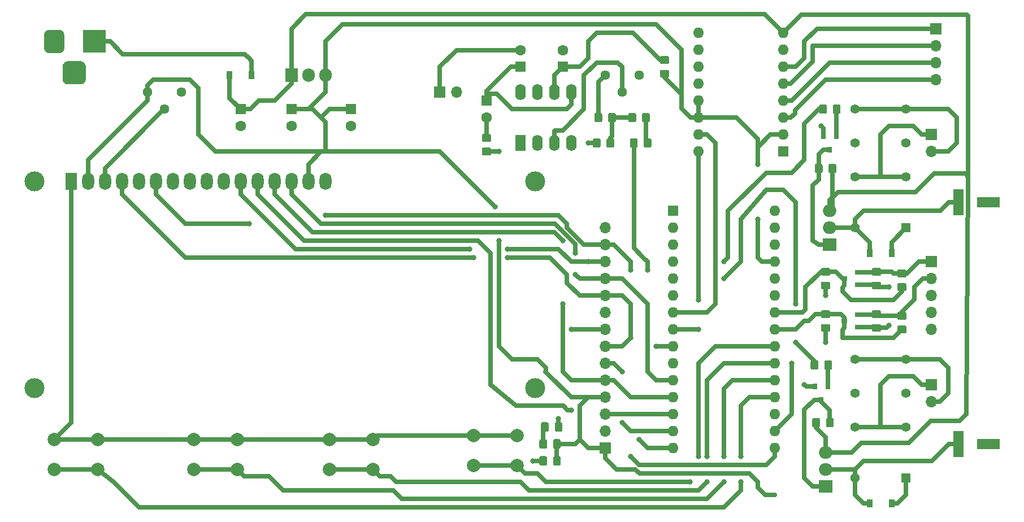
<source format=gbr>
G04 #@! TF.GenerationSoftware,KiCad,Pcbnew,5.1.5-52549c5~84~ubuntu18.04.1*
G04 #@! TF.CreationDate,2020-03-30T21:13:51+05:30*
G04 #@! TF.ProjectId,osvent_controller,6f737665-6e74-45f6-936f-6e74726f6c6c,rev?*
G04 #@! TF.SameCoordinates,Original*
G04 #@! TF.FileFunction,Copper,L1,Top*
G04 #@! TF.FilePolarity,Positive*
%FSLAX46Y46*%
G04 Gerber Fmt 4.6, Leading zero omitted, Abs format (unit mm)*
G04 Created by KiCad (PCBNEW 5.1.5-52549c5~84~ubuntu18.04.1) date 2020-03-30 21:13:51*
%MOMM*%
%LPD*%
G04 APERTURE LIST*
%ADD10C,2.000000*%
%ADD11R,3.500000X1.524000*%
%ADD12R,1.524000X4.000000*%
%ADD13C,1.600000*%
%ADD14R,1.600000X1.600000*%
%ADD15C,0.100000*%
%ADD16R,0.900000X0.800000*%
%ADD17C,3.000000*%
%ADD18O,1.800000X2.600000*%
%ADD19R,1.800000X2.600000*%
%ADD20O,1.600000X1.600000*%
%ADD21R,0.800000X0.900000*%
%ADD22C,1.400000*%
%ADD23R,1.400000X1.400000*%
%ADD24R,0.900000X1.200000*%
%ADD25O,2.000000X1.905000*%
%ADD26R,2.000000X1.905000*%
%ADD27O,1.700000X1.700000*%
%ADD28R,1.700000X1.700000*%
%ADD29C,1.440000*%
%ADD30R,3.500000X3.500000*%
%ADD31O,1.600000X2.400000*%
%ADD32R,1.600000X2.400000*%
%ADD33O,1.905000X2.000000*%
%ADD34R,1.905000X2.000000*%
%ADD35C,0.800000*%
%ADD36C,0.635000*%
G04 APERTURE END LIST*
D10*
X34440000Y-87630000D03*
X34440000Y-92130000D03*
X27940000Y-87630000D03*
X27940000Y-92130000D03*
D11*
X167885000Y-52070000D03*
D12*
X163385000Y-52070000D03*
D10*
X97305000Y-86995000D03*
X97305000Y-91495000D03*
X90805000Y-86995000D03*
X90805000Y-91495000D03*
X75715000Y-87630000D03*
X75715000Y-92130000D03*
X69215000Y-87630000D03*
X69215000Y-92130000D03*
X55395000Y-87630000D03*
X55395000Y-92130000D03*
X48895000Y-87630000D03*
X48895000Y-92130000D03*
D11*
X167885000Y-88265000D03*
D12*
X163385000Y-88265000D03*
D13*
X92710000Y-39330000D03*
D14*
X92710000Y-36830000D03*
G04 #@! TA.AperFunction,SMDPad,CuDef*
D15*
G36*
X151604505Y-68251204D02*
G01*
X151628773Y-68254804D01*
X151652572Y-68260765D01*
X151675671Y-68269030D01*
X151697850Y-68279520D01*
X151718893Y-68292132D01*
X151738599Y-68306747D01*
X151756777Y-68323223D01*
X151773253Y-68341401D01*
X151787868Y-68361107D01*
X151800480Y-68382150D01*
X151810970Y-68404329D01*
X151819235Y-68427428D01*
X151825196Y-68451227D01*
X151828796Y-68475495D01*
X151830000Y-68499999D01*
X151830000Y-69150001D01*
X151828796Y-69174505D01*
X151825196Y-69198773D01*
X151819235Y-69222572D01*
X151810970Y-69245671D01*
X151800480Y-69267850D01*
X151787868Y-69288893D01*
X151773253Y-69308599D01*
X151756777Y-69326777D01*
X151738599Y-69343253D01*
X151718893Y-69357868D01*
X151697850Y-69370480D01*
X151675671Y-69380970D01*
X151652572Y-69389235D01*
X151628773Y-69395196D01*
X151604505Y-69398796D01*
X151580001Y-69400000D01*
X150679999Y-69400000D01*
X150655495Y-69398796D01*
X150631227Y-69395196D01*
X150607428Y-69389235D01*
X150584329Y-69380970D01*
X150562150Y-69370480D01*
X150541107Y-69357868D01*
X150521401Y-69343253D01*
X150503223Y-69326777D01*
X150486747Y-69308599D01*
X150472132Y-69288893D01*
X150459520Y-69267850D01*
X150449030Y-69245671D01*
X150440765Y-69222572D01*
X150434804Y-69198773D01*
X150431204Y-69174505D01*
X150430000Y-69150001D01*
X150430000Y-68499999D01*
X150431204Y-68475495D01*
X150434804Y-68451227D01*
X150440765Y-68427428D01*
X150449030Y-68404329D01*
X150459520Y-68382150D01*
X150472132Y-68361107D01*
X150486747Y-68341401D01*
X150503223Y-68323223D01*
X150521401Y-68306747D01*
X150541107Y-68292132D01*
X150562150Y-68279520D01*
X150584329Y-68269030D01*
X150607428Y-68260765D01*
X150631227Y-68254804D01*
X150655495Y-68251204D01*
X150679999Y-68250000D01*
X151580001Y-68250000D01*
X151604505Y-68251204D01*
G37*
G04 #@! TD.AperFunction*
G04 #@! TA.AperFunction,SMDPad,CuDef*
G36*
X151604505Y-70301204D02*
G01*
X151628773Y-70304804D01*
X151652572Y-70310765D01*
X151675671Y-70319030D01*
X151697850Y-70329520D01*
X151718893Y-70342132D01*
X151738599Y-70356747D01*
X151756777Y-70373223D01*
X151773253Y-70391401D01*
X151787868Y-70411107D01*
X151800480Y-70432150D01*
X151810970Y-70454329D01*
X151819235Y-70477428D01*
X151825196Y-70501227D01*
X151828796Y-70525495D01*
X151830000Y-70549999D01*
X151830000Y-71200001D01*
X151828796Y-71224505D01*
X151825196Y-71248773D01*
X151819235Y-71272572D01*
X151810970Y-71295671D01*
X151800480Y-71317850D01*
X151787868Y-71338893D01*
X151773253Y-71358599D01*
X151756777Y-71376777D01*
X151738599Y-71393253D01*
X151718893Y-71407868D01*
X151697850Y-71420480D01*
X151675671Y-71430970D01*
X151652572Y-71439235D01*
X151628773Y-71445196D01*
X151604505Y-71448796D01*
X151580001Y-71450000D01*
X150679999Y-71450000D01*
X150655495Y-71448796D01*
X150631227Y-71445196D01*
X150607428Y-71439235D01*
X150584329Y-71430970D01*
X150562150Y-71420480D01*
X150541107Y-71407868D01*
X150521401Y-71393253D01*
X150503223Y-71376777D01*
X150486747Y-71358599D01*
X150472132Y-71338893D01*
X150459520Y-71317850D01*
X150449030Y-71295671D01*
X150440765Y-71272572D01*
X150434804Y-71248773D01*
X150431204Y-71224505D01*
X150430000Y-71200001D01*
X150430000Y-70549999D01*
X150431204Y-70525495D01*
X150434804Y-70501227D01*
X150440765Y-70477428D01*
X150449030Y-70454329D01*
X150459520Y-70432150D01*
X150472132Y-70411107D01*
X150486747Y-70391401D01*
X150503223Y-70373223D01*
X150521401Y-70356747D01*
X150541107Y-70342132D01*
X150562150Y-70329520D01*
X150584329Y-70319030D01*
X150607428Y-70310765D01*
X150631227Y-70304804D01*
X150655495Y-70301204D01*
X150679999Y-70300000D01*
X151580001Y-70300000D01*
X151604505Y-70301204D01*
G37*
G04 #@! TD.AperFunction*
G04 #@! TA.AperFunction,SMDPad,CuDef*
G36*
X151604505Y-61901204D02*
G01*
X151628773Y-61904804D01*
X151652572Y-61910765D01*
X151675671Y-61919030D01*
X151697850Y-61929520D01*
X151718893Y-61942132D01*
X151738599Y-61956747D01*
X151756777Y-61973223D01*
X151773253Y-61991401D01*
X151787868Y-62011107D01*
X151800480Y-62032150D01*
X151810970Y-62054329D01*
X151819235Y-62077428D01*
X151825196Y-62101227D01*
X151828796Y-62125495D01*
X151830000Y-62149999D01*
X151830000Y-62800001D01*
X151828796Y-62824505D01*
X151825196Y-62848773D01*
X151819235Y-62872572D01*
X151810970Y-62895671D01*
X151800480Y-62917850D01*
X151787868Y-62938893D01*
X151773253Y-62958599D01*
X151756777Y-62976777D01*
X151738599Y-62993253D01*
X151718893Y-63007868D01*
X151697850Y-63020480D01*
X151675671Y-63030970D01*
X151652572Y-63039235D01*
X151628773Y-63045196D01*
X151604505Y-63048796D01*
X151580001Y-63050000D01*
X150679999Y-63050000D01*
X150655495Y-63048796D01*
X150631227Y-63045196D01*
X150607428Y-63039235D01*
X150584329Y-63030970D01*
X150562150Y-63020480D01*
X150541107Y-63007868D01*
X150521401Y-62993253D01*
X150503223Y-62976777D01*
X150486747Y-62958599D01*
X150472132Y-62938893D01*
X150459520Y-62917850D01*
X150449030Y-62895671D01*
X150440765Y-62872572D01*
X150434804Y-62848773D01*
X150431204Y-62824505D01*
X150430000Y-62800001D01*
X150430000Y-62149999D01*
X150431204Y-62125495D01*
X150434804Y-62101227D01*
X150440765Y-62077428D01*
X150449030Y-62054329D01*
X150459520Y-62032150D01*
X150472132Y-62011107D01*
X150486747Y-61991401D01*
X150503223Y-61973223D01*
X150521401Y-61956747D01*
X150541107Y-61942132D01*
X150562150Y-61929520D01*
X150584329Y-61919030D01*
X150607428Y-61910765D01*
X150631227Y-61904804D01*
X150655495Y-61901204D01*
X150679999Y-61900000D01*
X151580001Y-61900000D01*
X151604505Y-61901204D01*
G37*
G04 #@! TD.AperFunction*
G04 #@! TA.AperFunction,SMDPad,CuDef*
G36*
X151604505Y-63951204D02*
G01*
X151628773Y-63954804D01*
X151652572Y-63960765D01*
X151675671Y-63969030D01*
X151697850Y-63979520D01*
X151718893Y-63992132D01*
X151738599Y-64006747D01*
X151756777Y-64023223D01*
X151773253Y-64041401D01*
X151787868Y-64061107D01*
X151800480Y-64082150D01*
X151810970Y-64104329D01*
X151819235Y-64127428D01*
X151825196Y-64151227D01*
X151828796Y-64175495D01*
X151830000Y-64199999D01*
X151830000Y-64850001D01*
X151828796Y-64874505D01*
X151825196Y-64898773D01*
X151819235Y-64922572D01*
X151810970Y-64945671D01*
X151800480Y-64967850D01*
X151787868Y-64988893D01*
X151773253Y-65008599D01*
X151756777Y-65026777D01*
X151738599Y-65043253D01*
X151718893Y-65057868D01*
X151697850Y-65070480D01*
X151675671Y-65080970D01*
X151652572Y-65089235D01*
X151628773Y-65095196D01*
X151604505Y-65098796D01*
X151580001Y-65100000D01*
X150679999Y-65100000D01*
X150655495Y-65098796D01*
X150631227Y-65095196D01*
X150607428Y-65089235D01*
X150584329Y-65080970D01*
X150562150Y-65070480D01*
X150541107Y-65057868D01*
X150521401Y-65043253D01*
X150503223Y-65026777D01*
X150486747Y-65008599D01*
X150472132Y-64988893D01*
X150459520Y-64967850D01*
X150449030Y-64945671D01*
X150440765Y-64922572D01*
X150434804Y-64898773D01*
X150431204Y-64874505D01*
X150430000Y-64850001D01*
X150430000Y-64199999D01*
X150431204Y-64175495D01*
X150434804Y-64151227D01*
X150440765Y-64127428D01*
X150449030Y-64104329D01*
X150459520Y-64082150D01*
X150472132Y-64061107D01*
X150486747Y-64041401D01*
X150503223Y-64023223D01*
X150521401Y-64006747D01*
X150541107Y-63992132D01*
X150562150Y-63979520D01*
X150584329Y-63969030D01*
X150607428Y-63960765D01*
X150631227Y-63954804D01*
X150655495Y-63951204D01*
X150679999Y-63950000D01*
X151580001Y-63950000D01*
X151604505Y-63951204D01*
G37*
G04 #@! TD.AperFunction*
G04 #@! TA.AperFunction,SMDPad,CuDef*
G36*
X155414505Y-68496204D02*
G01*
X155438773Y-68499804D01*
X155462572Y-68505765D01*
X155485671Y-68514030D01*
X155507850Y-68524520D01*
X155528893Y-68537132D01*
X155548599Y-68551747D01*
X155566777Y-68568223D01*
X155583253Y-68586401D01*
X155597868Y-68606107D01*
X155610480Y-68627150D01*
X155620970Y-68649329D01*
X155629235Y-68672428D01*
X155635196Y-68696227D01*
X155638796Y-68720495D01*
X155640000Y-68744999D01*
X155640000Y-69395001D01*
X155638796Y-69419505D01*
X155635196Y-69443773D01*
X155629235Y-69467572D01*
X155620970Y-69490671D01*
X155610480Y-69512850D01*
X155597868Y-69533893D01*
X155583253Y-69553599D01*
X155566777Y-69571777D01*
X155548599Y-69588253D01*
X155528893Y-69602868D01*
X155507850Y-69615480D01*
X155485671Y-69625970D01*
X155462572Y-69634235D01*
X155438773Y-69640196D01*
X155414505Y-69643796D01*
X155390001Y-69645000D01*
X154489999Y-69645000D01*
X154465495Y-69643796D01*
X154441227Y-69640196D01*
X154417428Y-69634235D01*
X154394329Y-69625970D01*
X154372150Y-69615480D01*
X154351107Y-69602868D01*
X154331401Y-69588253D01*
X154313223Y-69571777D01*
X154296747Y-69553599D01*
X154282132Y-69533893D01*
X154269520Y-69512850D01*
X154259030Y-69490671D01*
X154250765Y-69467572D01*
X154244804Y-69443773D01*
X154241204Y-69419505D01*
X154240000Y-69395001D01*
X154240000Y-68744999D01*
X154241204Y-68720495D01*
X154244804Y-68696227D01*
X154250765Y-68672428D01*
X154259030Y-68649329D01*
X154269520Y-68627150D01*
X154282132Y-68606107D01*
X154296747Y-68586401D01*
X154313223Y-68568223D01*
X154331401Y-68551747D01*
X154351107Y-68537132D01*
X154372150Y-68524520D01*
X154394329Y-68514030D01*
X154417428Y-68505765D01*
X154441227Y-68499804D01*
X154465495Y-68496204D01*
X154489999Y-68495000D01*
X155390001Y-68495000D01*
X155414505Y-68496204D01*
G37*
G04 #@! TD.AperFunction*
G04 #@! TA.AperFunction,SMDPad,CuDef*
G36*
X155414505Y-70546204D02*
G01*
X155438773Y-70549804D01*
X155462572Y-70555765D01*
X155485671Y-70564030D01*
X155507850Y-70574520D01*
X155528893Y-70587132D01*
X155548599Y-70601747D01*
X155566777Y-70618223D01*
X155583253Y-70636401D01*
X155597868Y-70656107D01*
X155610480Y-70677150D01*
X155620970Y-70699329D01*
X155629235Y-70722428D01*
X155635196Y-70746227D01*
X155638796Y-70770495D01*
X155640000Y-70794999D01*
X155640000Y-71445001D01*
X155638796Y-71469505D01*
X155635196Y-71493773D01*
X155629235Y-71517572D01*
X155620970Y-71540671D01*
X155610480Y-71562850D01*
X155597868Y-71583893D01*
X155583253Y-71603599D01*
X155566777Y-71621777D01*
X155548599Y-71638253D01*
X155528893Y-71652868D01*
X155507850Y-71665480D01*
X155485671Y-71675970D01*
X155462572Y-71684235D01*
X155438773Y-71690196D01*
X155414505Y-71693796D01*
X155390001Y-71695000D01*
X154489999Y-71695000D01*
X154465495Y-71693796D01*
X154441227Y-71690196D01*
X154417428Y-71684235D01*
X154394329Y-71675970D01*
X154372150Y-71665480D01*
X154351107Y-71652868D01*
X154331401Y-71638253D01*
X154313223Y-71621777D01*
X154296747Y-71603599D01*
X154282132Y-71583893D01*
X154269520Y-71562850D01*
X154259030Y-71540671D01*
X154250765Y-71517572D01*
X154244804Y-71493773D01*
X154241204Y-71469505D01*
X154240000Y-71445001D01*
X154240000Y-70794999D01*
X154241204Y-70770495D01*
X154244804Y-70746227D01*
X154250765Y-70722428D01*
X154259030Y-70699329D01*
X154269520Y-70677150D01*
X154282132Y-70656107D01*
X154296747Y-70636401D01*
X154313223Y-70618223D01*
X154331401Y-70601747D01*
X154351107Y-70587132D01*
X154372150Y-70574520D01*
X154394329Y-70564030D01*
X154417428Y-70555765D01*
X154441227Y-70549804D01*
X154465495Y-70546204D01*
X154489999Y-70545000D01*
X155390001Y-70545000D01*
X155414505Y-70546204D01*
G37*
G04 #@! TD.AperFunction*
G04 #@! TA.AperFunction,SMDPad,CuDef*
G36*
X155414505Y-62146204D02*
G01*
X155438773Y-62149804D01*
X155462572Y-62155765D01*
X155485671Y-62164030D01*
X155507850Y-62174520D01*
X155528893Y-62187132D01*
X155548599Y-62201747D01*
X155566777Y-62218223D01*
X155583253Y-62236401D01*
X155597868Y-62256107D01*
X155610480Y-62277150D01*
X155620970Y-62299329D01*
X155629235Y-62322428D01*
X155635196Y-62346227D01*
X155638796Y-62370495D01*
X155640000Y-62394999D01*
X155640000Y-63045001D01*
X155638796Y-63069505D01*
X155635196Y-63093773D01*
X155629235Y-63117572D01*
X155620970Y-63140671D01*
X155610480Y-63162850D01*
X155597868Y-63183893D01*
X155583253Y-63203599D01*
X155566777Y-63221777D01*
X155548599Y-63238253D01*
X155528893Y-63252868D01*
X155507850Y-63265480D01*
X155485671Y-63275970D01*
X155462572Y-63284235D01*
X155438773Y-63290196D01*
X155414505Y-63293796D01*
X155390001Y-63295000D01*
X154489999Y-63295000D01*
X154465495Y-63293796D01*
X154441227Y-63290196D01*
X154417428Y-63284235D01*
X154394329Y-63275970D01*
X154372150Y-63265480D01*
X154351107Y-63252868D01*
X154331401Y-63238253D01*
X154313223Y-63221777D01*
X154296747Y-63203599D01*
X154282132Y-63183893D01*
X154269520Y-63162850D01*
X154259030Y-63140671D01*
X154250765Y-63117572D01*
X154244804Y-63093773D01*
X154241204Y-63069505D01*
X154240000Y-63045001D01*
X154240000Y-62394999D01*
X154241204Y-62370495D01*
X154244804Y-62346227D01*
X154250765Y-62322428D01*
X154259030Y-62299329D01*
X154269520Y-62277150D01*
X154282132Y-62256107D01*
X154296747Y-62236401D01*
X154313223Y-62218223D01*
X154331401Y-62201747D01*
X154351107Y-62187132D01*
X154372150Y-62174520D01*
X154394329Y-62164030D01*
X154417428Y-62155765D01*
X154441227Y-62149804D01*
X154465495Y-62146204D01*
X154489999Y-62145000D01*
X155390001Y-62145000D01*
X155414505Y-62146204D01*
G37*
G04 #@! TD.AperFunction*
G04 #@! TA.AperFunction,SMDPad,CuDef*
G36*
X155414505Y-64196204D02*
G01*
X155438773Y-64199804D01*
X155462572Y-64205765D01*
X155485671Y-64214030D01*
X155507850Y-64224520D01*
X155528893Y-64237132D01*
X155548599Y-64251747D01*
X155566777Y-64268223D01*
X155583253Y-64286401D01*
X155597868Y-64306107D01*
X155610480Y-64327150D01*
X155620970Y-64349329D01*
X155629235Y-64372428D01*
X155635196Y-64396227D01*
X155638796Y-64420495D01*
X155640000Y-64444999D01*
X155640000Y-65095001D01*
X155638796Y-65119505D01*
X155635196Y-65143773D01*
X155629235Y-65167572D01*
X155620970Y-65190671D01*
X155610480Y-65212850D01*
X155597868Y-65233893D01*
X155583253Y-65253599D01*
X155566777Y-65271777D01*
X155548599Y-65288253D01*
X155528893Y-65302868D01*
X155507850Y-65315480D01*
X155485671Y-65325970D01*
X155462572Y-65334235D01*
X155438773Y-65340196D01*
X155414505Y-65343796D01*
X155390001Y-65345000D01*
X154489999Y-65345000D01*
X154465495Y-65343796D01*
X154441227Y-65340196D01*
X154417428Y-65334235D01*
X154394329Y-65325970D01*
X154372150Y-65315480D01*
X154351107Y-65302868D01*
X154331401Y-65288253D01*
X154313223Y-65271777D01*
X154296747Y-65253599D01*
X154282132Y-65233893D01*
X154269520Y-65212850D01*
X154259030Y-65190671D01*
X154250765Y-65167572D01*
X154244804Y-65143773D01*
X154241204Y-65119505D01*
X154240000Y-65095001D01*
X154240000Y-64444999D01*
X154241204Y-64420495D01*
X154244804Y-64396227D01*
X154250765Y-64372428D01*
X154259030Y-64349329D01*
X154269520Y-64327150D01*
X154282132Y-64306107D01*
X154296747Y-64286401D01*
X154313223Y-64268223D01*
X154331401Y-64251747D01*
X154351107Y-64237132D01*
X154372150Y-64224520D01*
X154394329Y-64214030D01*
X154417428Y-64205765D01*
X154441227Y-64199804D01*
X154465495Y-64196204D01*
X154489999Y-64195000D01*
X155390001Y-64195000D01*
X155414505Y-64196204D01*
G37*
G04 #@! TD.AperFunction*
G04 #@! TA.AperFunction,SMDPad,CuDef*
G36*
X143984505Y-68251204D02*
G01*
X144008773Y-68254804D01*
X144032572Y-68260765D01*
X144055671Y-68269030D01*
X144077850Y-68279520D01*
X144098893Y-68292132D01*
X144118599Y-68306747D01*
X144136777Y-68323223D01*
X144153253Y-68341401D01*
X144167868Y-68361107D01*
X144180480Y-68382150D01*
X144190970Y-68404329D01*
X144199235Y-68427428D01*
X144205196Y-68451227D01*
X144208796Y-68475495D01*
X144210000Y-68499999D01*
X144210000Y-69150001D01*
X144208796Y-69174505D01*
X144205196Y-69198773D01*
X144199235Y-69222572D01*
X144190970Y-69245671D01*
X144180480Y-69267850D01*
X144167868Y-69288893D01*
X144153253Y-69308599D01*
X144136777Y-69326777D01*
X144118599Y-69343253D01*
X144098893Y-69357868D01*
X144077850Y-69370480D01*
X144055671Y-69380970D01*
X144032572Y-69389235D01*
X144008773Y-69395196D01*
X143984505Y-69398796D01*
X143960001Y-69400000D01*
X143059999Y-69400000D01*
X143035495Y-69398796D01*
X143011227Y-69395196D01*
X142987428Y-69389235D01*
X142964329Y-69380970D01*
X142942150Y-69370480D01*
X142921107Y-69357868D01*
X142901401Y-69343253D01*
X142883223Y-69326777D01*
X142866747Y-69308599D01*
X142852132Y-69288893D01*
X142839520Y-69267850D01*
X142829030Y-69245671D01*
X142820765Y-69222572D01*
X142814804Y-69198773D01*
X142811204Y-69174505D01*
X142810000Y-69150001D01*
X142810000Y-68499999D01*
X142811204Y-68475495D01*
X142814804Y-68451227D01*
X142820765Y-68427428D01*
X142829030Y-68404329D01*
X142839520Y-68382150D01*
X142852132Y-68361107D01*
X142866747Y-68341401D01*
X142883223Y-68323223D01*
X142901401Y-68306747D01*
X142921107Y-68292132D01*
X142942150Y-68279520D01*
X142964329Y-68269030D01*
X142987428Y-68260765D01*
X143011227Y-68254804D01*
X143035495Y-68251204D01*
X143059999Y-68250000D01*
X143960001Y-68250000D01*
X143984505Y-68251204D01*
G37*
G04 #@! TD.AperFunction*
G04 #@! TA.AperFunction,SMDPad,CuDef*
G36*
X143984505Y-70301204D02*
G01*
X144008773Y-70304804D01*
X144032572Y-70310765D01*
X144055671Y-70319030D01*
X144077850Y-70329520D01*
X144098893Y-70342132D01*
X144118599Y-70356747D01*
X144136777Y-70373223D01*
X144153253Y-70391401D01*
X144167868Y-70411107D01*
X144180480Y-70432150D01*
X144190970Y-70454329D01*
X144199235Y-70477428D01*
X144205196Y-70501227D01*
X144208796Y-70525495D01*
X144210000Y-70549999D01*
X144210000Y-71200001D01*
X144208796Y-71224505D01*
X144205196Y-71248773D01*
X144199235Y-71272572D01*
X144190970Y-71295671D01*
X144180480Y-71317850D01*
X144167868Y-71338893D01*
X144153253Y-71358599D01*
X144136777Y-71376777D01*
X144118599Y-71393253D01*
X144098893Y-71407868D01*
X144077850Y-71420480D01*
X144055671Y-71430970D01*
X144032572Y-71439235D01*
X144008773Y-71445196D01*
X143984505Y-71448796D01*
X143960001Y-71450000D01*
X143059999Y-71450000D01*
X143035495Y-71448796D01*
X143011227Y-71445196D01*
X142987428Y-71439235D01*
X142964329Y-71430970D01*
X142942150Y-71420480D01*
X142921107Y-71407868D01*
X142901401Y-71393253D01*
X142883223Y-71376777D01*
X142866747Y-71358599D01*
X142852132Y-71338893D01*
X142839520Y-71317850D01*
X142829030Y-71295671D01*
X142820765Y-71272572D01*
X142814804Y-71248773D01*
X142811204Y-71224505D01*
X142810000Y-71200001D01*
X142810000Y-70549999D01*
X142811204Y-70525495D01*
X142814804Y-70501227D01*
X142820765Y-70477428D01*
X142829030Y-70454329D01*
X142839520Y-70432150D01*
X142852132Y-70411107D01*
X142866747Y-70391401D01*
X142883223Y-70373223D01*
X142901401Y-70356747D01*
X142921107Y-70342132D01*
X142942150Y-70329520D01*
X142964329Y-70319030D01*
X142987428Y-70310765D01*
X143011227Y-70304804D01*
X143035495Y-70301204D01*
X143059999Y-70300000D01*
X143960001Y-70300000D01*
X143984505Y-70301204D01*
G37*
G04 #@! TD.AperFunction*
G04 #@! TA.AperFunction,SMDPad,CuDef*
G36*
X143984505Y-61901204D02*
G01*
X144008773Y-61904804D01*
X144032572Y-61910765D01*
X144055671Y-61919030D01*
X144077850Y-61929520D01*
X144098893Y-61942132D01*
X144118599Y-61956747D01*
X144136777Y-61973223D01*
X144153253Y-61991401D01*
X144167868Y-62011107D01*
X144180480Y-62032150D01*
X144190970Y-62054329D01*
X144199235Y-62077428D01*
X144205196Y-62101227D01*
X144208796Y-62125495D01*
X144210000Y-62149999D01*
X144210000Y-62800001D01*
X144208796Y-62824505D01*
X144205196Y-62848773D01*
X144199235Y-62872572D01*
X144190970Y-62895671D01*
X144180480Y-62917850D01*
X144167868Y-62938893D01*
X144153253Y-62958599D01*
X144136777Y-62976777D01*
X144118599Y-62993253D01*
X144098893Y-63007868D01*
X144077850Y-63020480D01*
X144055671Y-63030970D01*
X144032572Y-63039235D01*
X144008773Y-63045196D01*
X143984505Y-63048796D01*
X143960001Y-63050000D01*
X143059999Y-63050000D01*
X143035495Y-63048796D01*
X143011227Y-63045196D01*
X142987428Y-63039235D01*
X142964329Y-63030970D01*
X142942150Y-63020480D01*
X142921107Y-63007868D01*
X142901401Y-62993253D01*
X142883223Y-62976777D01*
X142866747Y-62958599D01*
X142852132Y-62938893D01*
X142839520Y-62917850D01*
X142829030Y-62895671D01*
X142820765Y-62872572D01*
X142814804Y-62848773D01*
X142811204Y-62824505D01*
X142810000Y-62800001D01*
X142810000Y-62149999D01*
X142811204Y-62125495D01*
X142814804Y-62101227D01*
X142820765Y-62077428D01*
X142829030Y-62054329D01*
X142839520Y-62032150D01*
X142852132Y-62011107D01*
X142866747Y-61991401D01*
X142883223Y-61973223D01*
X142901401Y-61956747D01*
X142921107Y-61942132D01*
X142942150Y-61929520D01*
X142964329Y-61919030D01*
X142987428Y-61910765D01*
X143011227Y-61904804D01*
X143035495Y-61901204D01*
X143059999Y-61900000D01*
X143960001Y-61900000D01*
X143984505Y-61901204D01*
G37*
G04 #@! TD.AperFunction*
G04 #@! TA.AperFunction,SMDPad,CuDef*
G36*
X143984505Y-63951204D02*
G01*
X144008773Y-63954804D01*
X144032572Y-63960765D01*
X144055671Y-63969030D01*
X144077850Y-63979520D01*
X144098893Y-63992132D01*
X144118599Y-64006747D01*
X144136777Y-64023223D01*
X144153253Y-64041401D01*
X144167868Y-64061107D01*
X144180480Y-64082150D01*
X144190970Y-64104329D01*
X144199235Y-64127428D01*
X144205196Y-64151227D01*
X144208796Y-64175495D01*
X144210000Y-64199999D01*
X144210000Y-64850001D01*
X144208796Y-64874505D01*
X144205196Y-64898773D01*
X144199235Y-64922572D01*
X144190970Y-64945671D01*
X144180480Y-64967850D01*
X144167868Y-64988893D01*
X144153253Y-65008599D01*
X144136777Y-65026777D01*
X144118599Y-65043253D01*
X144098893Y-65057868D01*
X144077850Y-65070480D01*
X144055671Y-65080970D01*
X144032572Y-65089235D01*
X144008773Y-65095196D01*
X143984505Y-65098796D01*
X143960001Y-65100000D01*
X143059999Y-65100000D01*
X143035495Y-65098796D01*
X143011227Y-65095196D01*
X142987428Y-65089235D01*
X142964329Y-65080970D01*
X142942150Y-65070480D01*
X142921107Y-65057868D01*
X142901401Y-65043253D01*
X142883223Y-65026777D01*
X142866747Y-65008599D01*
X142852132Y-64988893D01*
X142839520Y-64967850D01*
X142829030Y-64945671D01*
X142820765Y-64922572D01*
X142814804Y-64898773D01*
X142811204Y-64874505D01*
X142810000Y-64850001D01*
X142810000Y-64199999D01*
X142811204Y-64175495D01*
X142814804Y-64151227D01*
X142820765Y-64127428D01*
X142829030Y-64104329D01*
X142839520Y-64082150D01*
X142852132Y-64061107D01*
X142866747Y-64041401D01*
X142883223Y-64023223D01*
X142901401Y-64006747D01*
X142921107Y-63992132D01*
X142942150Y-63979520D01*
X142964329Y-63969030D01*
X142987428Y-63960765D01*
X143011227Y-63954804D01*
X143035495Y-63951204D01*
X143059999Y-63950000D01*
X143960001Y-63950000D01*
X143984505Y-63951204D01*
G37*
G04 #@! TD.AperFunction*
D16*
X146320000Y-69850000D03*
X148320000Y-68900000D03*
X148320000Y-70800000D03*
X146320000Y-63500000D03*
X148320000Y-62550000D03*
X148320000Y-64450000D03*
D13*
X72390000Y-40600000D03*
D14*
X72390000Y-38100000D03*
D17*
X99980000Y-48895000D03*
X99979480Y-79895700D03*
X24980900Y-79895700D03*
X24980900Y-48895000D03*
D18*
X68580000Y-48895000D03*
X66040000Y-48895000D03*
X63500000Y-48895000D03*
X60960000Y-48895000D03*
X58420000Y-48895000D03*
X55880000Y-48895000D03*
X53340000Y-48895000D03*
X50800000Y-48895000D03*
X48260000Y-48895000D03*
X45720000Y-48895000D03*
X43180000Y-48895000D03*
X40640000Y-48895000D03*
X38100000Y-48895000D03*
X35560000Y-48895000D03*
X33020000Y-48895000D03*
D19*
X30480000Y-48895000D03*
D20*
X135890000Y-88900000D03*
X120650000Y-88900000D03*
X135890000Y-53340000D03*
X120650000Y-86360000D03*
X135890000Y-55880000D03*
X120650000Y-83820000D03*
X135890000Y-58420000D03*
X120650000Y-81280000D03*
X135890000Y-60960000D03*
X120650000Y-78740000D03*
X135890000Y-63500000D03*
X120650000Y-76200000D03*
X135890000Y-66040000D03*
X120650000Y-73660000D03*
X135890000Y-68580000D03*
X120650000Y-71120000D03*
X135890000Y-71120000D03*
X120650000Y-68580000D03*
X135890000Y-73660000D03*
X120650000Y-66040000D03*
X135890000Y-76200000D03*
X120650000Y-63500000D03*
X135890000Y-78740000D03*
X120650000Y-60960000D03*
X135890000Y-81280000D03*
X120650000Y-58420000D03*
X135890000Y-83820000D03*
X120650000Y-55880000D03*
X135890000Y-86360000D03*
D14*
X120650000Y-53340000D03*
D21*
X142875000Y-81645000D03*
X141925000Y-79645000D03*
X143825000Y-79645000D03*
D22*
X147955000Y-48260000D03*
X147945000Y-38090000D03*
X147945000Y-43170000D03*
X155575000Y-48260000D03*
X155575000Y-38100000D03*
X155575000Y-43190000D03*
X147955000Y-55880000D03*
D23*
X155575000Y-55880000D03*
G04 #@! TA.AperFunction,SMDPad,CuDef*
D15*
G36*
X142834505Y-46291204D02*
G01*
X142858773Y-46294804D01*
X142882572Y-46300765D01*
X142905671Y-46309030D01*
X142927850Y-46319520D01*
X142948893Y-46332132D01*
X142968599Y-46346747D01*
X142986777Y-46363223D01*
X143003253Y-46381401D01*
X143017868Y-46401107D01*
X143030480Y-46422150D01*
X143040970Y-46444329D01*
X143049235Y-46467428D01*
X143055196Y-46491227D01*
X143058796Y-46515495D01*
X143060000Y-46539999D01*
X143060000Y-47440001D01*
X143058796Y-47464505D01*
X143055196Y-47488773D01*
X143049235Y-47512572D01*
X143040970Y-47535671D01*
X143030480Y-47557850D01*
X143017868Y-47578893D01*
X143003253Y-47598599D01*
X142986777Y-47616777D01*
X142968599Y-47633253D01*
X142948893Y-47647868D01*
X142927850Y-47660480D01*
X142905671Y-47670970D01*
X142882572Y-47679235D01*
X142858773Y-47685196D01*
X142834505Y-47688796D01*
X142810001Y-47690000D01*
X142159999Y-47690000D01*
X142135495Y-47688796D01*
X142111227Y-47685196D01*
X142087428Y-47679235D01*
X142064329Y-47670970D01*
X142042150Y-47660480D01*
X142021107Y-47647868D01*
X142001401Y-47633253D01*
X141983223Y-47616777D01*
X141966747Y-47598599D01*
X141952132Y-47578893D01*
X141939520Y-47557850D01*
X141929030Y-47535671D01*
X141920765Y-47512572D01*
X141914804Y-47488773D01*
X141911204Y-47464505D01*
X141910000Y-47440001D01*
X141910000Y-46539999D01*
X141911204Y-46515495D01*
X141914804Y-46491227D01*
X141920765Y-46467428D01*
X141929030Y-46444329D01*
X141939520Y-46422150D01*
X141952132Y-46401107D01*
X141966747Y-46381401D01*
X141983223Y-46363223D01*
X142001401Y-46346747D01*
X142021107Y-46332132D01*
X142042150Y-46319520D01*
X142064329Y-46309030D01*
X142087428Y-46300765D01*
X142111227Y-46294804D01*
X142135495Y-46291204D01*
X142159999Y-46290000D01*
X142810001Y-46290000D01*
X142834505Y-46291204D01*
G37*
G04 #@! TD.AperFunction*
G04 #@! TA.AperFunction,SMDPad,CuDef*
G36*
X144884505Y-46291204D02*
G01*
X144908773Y-46294804D01*
X144932572Y-46300765D01*
X144955671Y-46309030D01*
X144977850Y-46319520D01*
X144998893Y-46332132D01*
X145018599Y-46346747D01*
X145036777Y-46363223D01*
X145053253Y-46381401D01*
X145067868Y-46401107D01*
X145080480Y-46422150D01*
X145090970Y-46444329D01*
X145099235Y-46467428D01*
X145105196Y-46491227D01*
X145108796Y-46515495D01*
X145110000Y-46539999D01*
X145110000Y-47440001D01*
X145108796Y-47464505D01*
X145105196Y-47488773D01*
X145099235Y-47512572D01*
X145090970Y-47535671D01*
X145080480Y-47557850D01*
X145067868Y-47578893D01*
X145053253Y-47598599D01*
X145036777Y-47616777D01*
X145018599Y-47633253D01*
X144998893Y-47647868D01*
X144977850Y-47660480D01*
X144955671Y-47670970D01*
X144932572Y-47679235D01*
X144908773Y-47685196D01*
X144884505Y-47688796D01*
X144860001Y-47690000D01*
X144209999Y-47690000D01*
X144185495Y-47688796D01*
X144161227Y-47685196D01*
X144137428Y-47679235D01*
X144114329Y-47670970D01*
X144092150Y-47660480D01*
X144071107Y-47647868D01*
X144051401Y-47633253D01*
X144033223Y-47616777D01*
X144016747Y-47598599D01*
X144002132Y-47578893D01*
X143989520Y-47557850D01*
X143979030Y-47535671D01*
X143970765Y-47512572D01*
X143964804Y-47488773D01*
X143961204Y-47464505D01*
X143960000Y-47440001D01*
X143960000Y-46539999D01*
X143961204Y-46515495D01*
X143964804Y-46491227D01*
X143970765Y-46467428D01*
X143979030Y-46444329D01*
X143989520Y-46422150D01*
X144002132Y-46401107D01*
X144016747Y-46381401D01*
X144033223Y-46363223D01*
X144051401Y-46346747D01*
X144071107Y-46332132D01*
X144092150Y-46319520D01*
X144114329Y-46309030D01*
X144137428Y-46300765D01*
X144161227Y-46294804D01*
X144185495Y-46291204D01*
X144209999Y-46290000D01*
X144860001Y-46290000D01*
X144884505Y-46291204D01*
G37*
G04 #@! TD.AperFunction*
D24*
X153415000Y-59690000D03*
X150115000Y-59690000D03*
D25*
X144145000Y-53340000D03*
X144145000Y-55880000D03*
D26*
X144145000Y-58420000D03*
G04 #@! TA.AperFunction,SMDPad,CuDef*
D15*
G36*
X142199505Y-75746204D02*
G01*
X142223773Y-75749804D01*
X142247572Y-75755765D01*
X142270671Y-75764030D01*
X142292850Y-75774520D01*
X142313893Y-75787132D01*
X142333599Y-75801747D01*
X142351777Y-75818223D01*
X142368253Y-75836401D01*
X142382868Y-75856107D01*
X142395480Y-75877150D01*
X142405970Y-75899329D01*
X142414235Y-75922428D01*
X142420196Y-75946227D01*
X142423796Y-75970495D01*
X142425000Y-75994999D01*
X142425000Y-76895001D01*
X142423796Y-76919505D01*
X142420196Y-76943773D01*
X142414235Y-76967572D01*
X142405970Y-76990671D01*
X142395480Y-77012850D01*
X142382868Y-77033893D01*
X142368253Y-77053599D01*
X142351777Y-77071777D01*
X142333599Y-77088253D01*
X142313893Y-77102868D01*
X142292850Y-77115480D01*
X142270671Y-77125970D01*
X142247572Y-77134235D01*
X142223773Y-77140196D01*
X142199505Y-77143796D01*
X142175001Y-77145000D01*
X141524999Y-77145000D01*
X141500495Y-77143796D01*
X141476227Y-77140196D01*
X141452428Y-77134235D01*
X141429329Y-77125970D01*
X141407150Y-77115480D01*
X141386107Y-77102868D01*
X141366401Y-77088253D01*
X141348223Y-77071777D01*
X141331747Y-77053599D01*
X141317132Y-77033893D01*
X141304520Y-77012850D01*
X141294030Y-76990671D01*
X141285765Y-76967572D01*
X141279804Y-76943773D01*
X141276204Y-76919505D01*
X141275000Y-76895001D01*
X141275000Y-75994999D01*
X141276204Y-75970495D01*
X141279804Y-75946227D01*
X141285765Y-75922428D01*
X141294030Y-75899329D01*
X141304520Y-75877150D01*
X141317132Y-75856107D01*
X141331747Y-75836401D01*
X141348223Y-75818223D01*
X141366401Y-75801747D01*
X141386107Y-75787132D01*
X141407150Y-75774520D01*
X141429329Y-75764030D01*
X141452428Y-75755765D01*
X141476227Y-75749804D01*
X141500495Y-75746204D01*
X141524999Y-75745000D01*
X142175001Y-75745000D01*
X142199505Y-75746204D01*
G37*
G04 #@! TD.AperFunction*
G04 #@! TA.AperFunction,SMDPad,CuDef*
G36*
X144249505Y-75746204D02*
G01*
X144273773Y-75749804D01*
X144297572Y-75755765D01*
X144320671Y-75764030D01*
X144342850Y-75774520D01*
X144363893Y-75787132D01*
X144383599Y-75801747D01*
X144401777Y-75818223D01*
X144418253Y-75836401D01*
X144432868Y-75856107D01*
X144445480Y-75877150D01*
X144455970Y-75899329D01*
X144464235Y-75922428D01*
X144470196Y-75946227D01*
X144473796Y-75970495D01*
X144475000Y-75994999D01*
X144475000Y-76895001D01*
X144473796Y-76919505D01*
X144470196Y-76943773D01*
X144464235Y-76967572D01*
X144455970Y-76990671D01*
X144445480Y-77012850D01*
X144432868Y-77033893D01*
X144418253Y-77053599D01*
X144401777Y-77071777D01*
X144383599Y-77088253D01*
X144363893Y-77102868D01*
X144342850Y-77115480D01*
X144320671Y-77125970D01*
X144297572Y-77134235D01*
X144273773Y-77140196D01*
X144249505Y-77143796D01*
X144225001Y-77145000D01*
X143574999Y-77145000D01*
X143550495Y-77143796D01*
X143526227Y-77140196D01*
X143502428Y-77134235D01*
X143479329Y-77125970D01*
X143457150Y-77115480D01*
X143436107Y-77102868D01*
X143416401Y-77088253D01*
X143398223Y-77071777D01*
X143381747Y-77053599D01*
X143367132Y-77033893D01*
X143354520Y-77012850D01*
X143344030Y-76990671D01*
X143335765Y-76967572D01*
X143329804Y-76943773D01*
X143326204Y-76919505D01*
X143325000Y-76895001D01*
X143325000Y-75994999D01*
X143326204Y-75970495D01*
X143329804Y-75946227D01*
X143335765Y-75922428D01*
X143344030Y-75899329D01*
X143354520Y-75877150D01*
X143367132Y-75856107D01*
X143381747Y-75836401D01*
X143398223Y-75818223D01*
X143416401Y-75801747D01*
X143436107Y-75787132D01*
X143457150Y-75774520D01*
X143479329Y-75764030D01*
X143502428Y-75755765D01*
X143526227Y-75749804D01*
X143550495Y-75746204D01*
X143574999Y-75745000D01*
X144225001Y-75745000D01*
X144249505Y-75746204D01*
G37*
G04 #@! TD.AperFunction*
G04 #@! TA.AperFunction,SMDPad,CuDef*
G36*
X144494505Y-84391204D02*
G01*
X144518773Y-84394804D01*
X144542572Y-84400765D01*
X144565671Y-84409030D01*
X144587850Y-84419520D01*
X144608893Y-84432132D01*
X144628599Y-84446747D01*
X144646777Y-84463223D01*
X144663253Y-84481401D01*
X144677868Y-84501107D01*
X144690480Y-84522150D01*
X144700970Y-84544329D01*
X144709235Y-84567428D01*
X144715196Y-84591227D01*
X144718796Y-84615495D01*
X144720000Y-84639999D01*
X144720000Y-85540001D01*
X144718796Y-85564505D01*
X144715196Y-85588773D01*
X144709235Y-85612572D01*
X144700970Y-85635671D01*
X144690480Y-85657850D01*
X144677868Y-85678893D01*
X144663253Y-85698599D01*
X144646777Y-85716777D01*
X144628599Y-85733253D01*
X144608893Y-85747868D01*
X144587850Y-85760480D01*
X144565671Y-85770970D01*
X144542572Y-85779235D01*
X144518773Y-85785196D01*
X144494505Y-85788796D01*
X144470001Y-85790000D01*
X143819999Y-85790000D01*
X143795495Y-85788796D01*
X143771227Y-85785196D01*
X143747428Y-85779235D01*
X143724329Y-85770970D01*
X143702150Y-85760480D01*
X143681107Y-85747868D01*
X143661401Y-85733253D01*
X143643223Y-85716777D01*
X143626747Y-85698599D01*
X143612132Y-85678893D01*
X143599520Y-85657850D01*
X143589030Y-85635671D01*
X143580765Y-85612572D01*
X143574804Y-85588773D01*
X143571204Y-85564505D01*
X143570000Y-85540001D01*
X143570000Y-84639999D01*
X143571204Y-84615495D01*
X143574804Y-84591227D01*
X143580765Y-84567428D01*
X143589030Y-84544329D01*
X143599520Y-84522150D01*
X143612132Y-84501107D01*
X143626747Y-84481401D01*
X143643223Y-84463223D01*
X143661401Y-84446747D01*
X143681107Y-84432132D01*
X143702150Y-84419520D01*
X143724329Y-84409030D01*
X143747428Y-84400765D01*
X143771227Y-84394804D01*
X143795495Y-84391204D01*
X143819999Y-84390000D01*
X144470001Y-84390000D01*
X144494505Y-84391204D01*
G37*
G04 #@! TD.AperFunction*
G04 #@! TA.AperFunction,SMDPad,CuDef*
G36*
X142444505Y-84391204D02*
G01*
X142468773Y-84394804D01*
X142492572Y-84400765D01*
X142515671Y-84409030D01*
X142537850Y-84419520D01*
X142558893Y-84432132D01*
X142578599Y-84446747D01*
X142596777Y-84463223D01*
X142613253Y-84481401D01*
X142627868Y-84501107D01*
X142640480Y-84522150D01*
X142650970Y-84544329D01*
X142659235Y-84567428D01*
X142665196Y-84591227D01*
X142668796Y-84615495D01*
X142670000Y-84639999D01*
X142670000Y-85540001D01*
X142668796Y-85564505D01*
X142665196Y-85588773D01*
X142659235Y-85612572D01*
X142650970Y-85635671D01*
X142640480Y-85657850D01*
X142627868Y-85678893D01*
X142613253Y-85698599D01*
X142596777Y-85716777D01*
X142578599Y-85733253D01*
X142558893Y-85747868D01*
X142537850Y-85760480D01*
X142515671Y-85770970D01*
X142492572Y-85779235D01*
X142468773Y-85785196D01*
X142444505Y-85788796D01*
X142420001Y-85790000D01*
X141769999Y-85790000D01*
X141745495Y-85788796D01*
X141721227Y-85785196D01*
X141697428Y-85779235D01*
X141674329Y-85770970D01*
X141652150Y-85760480D01*
X141631107Y-85747868D01*
X141611401Y-85733253D01*
X141593223Y-85716777D01*
X141576747Y-85698599D01*
X141562132Y-85678893D01*
X141549520Y-85657850D01*
X141539030Y-85635671D01*
X141530765Y-85612572D01*
X141524804Y-85588773D01*
X141521204Y-85564505D01*
X141520000Y-85540001D01*
X141520000Y-84639999D01*
X141521204Y-84615495D01*
X141524804Y-84591227D01*
X141530765Y-84567428D01*
X141539030Y-84544329D01*
X141549520Y-84522150D01*
X141562132Y-84501107D01*
X141576747Y-84481401D01*
X141593223Y-84463223D01*
X141611401Y-84446747D01*
X141631107Y-84432132D01*
X141652150Y-84419520D01*
X141674329Y-84409030D01*
X141697428Y-84400765D01*
X141721227Y-84394804D01*
X141745495Y-84391204D01*
X141769999Y-84390000D01*
X142420001Y-84390000D01*
X142444505Y-84391204D01*
G37*
G04 #@! TD.AperFunction*
D27*
X159385000Y-44450000D03*
D28*
X159385000Y-41910000D03*
G04 #@! TA.AperFunction,SMDPad,CuDef*
D15*
G36*
X143469505Y-37401204D02*
G01*
X143493773Y-37404804D01*
X143517572Y-37410765D01*
X143540671Y-37419030D01*
X143562850Y-37429520D01*
X143583893Y-37442132D01*
X143603599Y-37456747D01*
X143621777Y-37473223D01*
X143638253Y-37491401D01*
X143652868Y-37511107D01*
X143665480Y-37532150D01*
X143675970Y-37554329D01*
X143684235Y-37577428D01*
X143690196Y-37601227D01*
X143693796Y-37625495D01*
X143695000Y-37649999D01*
X143695000Y-38550001D01*
X143693796Y-38574505D01*
X143690196Y-38598773D01*
X143684235Y-38622572D01*
X143675970Y-38645671D01*
X143665480Y-38667850D01*
X143652868Y-38688893D01*
X143638253Y-38708599D01*
X143621777Y-38726777D01*
X143603599Y-38743253D01*
X143583893Y-38757868D01*
X143562850Y-38770480D01*
X143540671Y-38780970D01*
X143517572Y-38789235D01*
X143493773Y-38795196D01*
X143469505Y-38798796D01*
X143445001Y-38800000D01*
X142794999Y-38800000D01*
X142770495Y-38798796D01*
X142746227Y-38795196D01*
X142722428Y-38789235D01*
X142699329Y-38780970D01*
X142677150Y-38770480D01*
X142656107Y-38757868D01*
X142636401Y-38743253D01*
X142618223Y-38726777D01*
X142601747Y-38708599D01*
X142587132Y-38688893D01*
X142574520Y-38667850D01*
X142564030Y-38645671D01*
X142555765Y-38622572D01*
X142549804Y-38598773D01*
X142546204Y-38574505D01*
X142545000Y-38550001D01*
X142545000Y-37649999D01*
X142546204Y-37625495D01*
X142549804Y-37601227D01*
X142555765Y-37577428D01*
X142564030Y-37554329D01*
X142574520Y-37532150D01*
X142587132Y-37511107D01*
X142601747Y-37491401D01*
X142618223Y-37473223D01*
X142636401Y-37456747D01*
X142656107Y-37442132D01*
X142677150Y-37429520D01*
X142699329Y-37419030D01*
X142722428Y-37410765D01*
X142746227Y-37404804D01*
X142770495Y-37401204D01*
X142794999Y-37400000D01*
X143445001Y-37400000D01*
X143469505Y-37401204D01*
G37*
G04 #@! TD.AperFunction*
G04 #@! TA.AperFunction,SMDPad,CuDef*
G36*
X145519505Y-37401204D02*
G01*
X145543773Y-37404804D01*
X145567572Y-37410765D01*
X145590671Y-37419030D01*
X145612850Y-37429520D01*
X145633893Y-37442132D01*
X145653599Y-37456747D01*
X145671777Y-37473223D01*
X145688253Y-37491401D01*
X145702868Y-37511107D01*
X145715480Y-37532150D01*
X145725970Y-37554329D01*
X145734235Y-37577428D01*
X145740196Y-37601227D01*
X145743796Y-37625495D01*
X145745000Y-37649999D01*
X145745000Y-38550001D01*
X145743796Y-38574505D01*
X145740196Y-38598773D01*
X145734235Y-38622572D01*
X145725970Y-38645671D01*
X145715480Y-38667850D01*
X145702868Y-38688893D01*
X145688253Y-38708599D01*
X145671777Y-38726777D01*
X145653599Y-38743253D01*
X145633893Y-38757868D01*
X145612850Y-38770480D01*
X145590671Y-38780970D01*
X145567572Y-38789235D01*
X145543773Y-38795196D01*
X145519505Y-38798796D01*
X145495001Y-38800000D01*
X144844999Y-38800000D01*
X144820495Y-38798796D01*
X144796227Y-38795196D01*
X144772428Y-38789235D01*
X144749329Y-38780970D01*
X144727150Y-38770480D01*
X144706107Y-38757868D01*
X144686401Y-38743253D01*
X144668223Y-38726777D01*
X144651747Y-38708599D01*
X144637132Y-38688893D01*
X144624520Y-38667850D01*
X144614030Y-38645671D01*
X144605765Y-38622572D01*
X144599804Y-38598773D01*
X144596204Y-38574505D01*
X144595000Y-38550001D01*
X144595000Y-37649999D01*
X144596204Y-37625495D01*
X144599804Y-37601227D01*
X144605765Y-37577428D01*
X144614030Y-37554329D01*
X144624520Y-37532150D01*
X144637132Y-37511107D01*
X144651747Y-37491401D01*
X144668223Y-37473223D01*
X144686401Y-37456747D01*
X144706107Y-37442132D01*
X144727150Y-37429520D01*
X144749329Y-37419030D01*
X144772428Y-37410765D01*
X144796227Y-37404804D01*
X144820495Y-37401204D01*
X144844999Y-37400000D01*
X145495001Y-37400000D01*
X145519505Y-37401204D01*
G37*
G04 #@! TD.AperFunction*
D22*
X147955000Y-85725000D03*
X147945000Y-75555000D03*
X147945000Y-80635000D03*
X155575000Y-85725000D03*
X155575000Y-75565000D03*
X155575000Y-80655000D03*
X147955000Y-93345000D03*
D23*
X155575000Y-93345000D03*
D27*
X159385000Y-81915000D03*
D28*
X159385000Y-79375000D03*
D27*
X160020000Y-33655000D03*
X160020000Y-31115000D03*
X160020000Y-28575000D03*
D28*
X160020000Y-26035000D03*
D27*
X159385000Y-71120000D03*
X159385000Y-68580000D03*
X159385000Y-66040000D03*
X159385000Y-63500000D03*
D28*
X159385000Y-60960000D03*
D25*
X143510000Y-89535000D03*
X143510000Y-92075000D03*
D26*
X143510000Y-94615000D03*
D21*
X144145000Y-44180000D03*
X143195000Y-42180000D03*
X145095000Y-42180000D03*
D24*
X153415000Y-97155000D03*
X150115000Y-97155000D03*
X57530000Y-33020000D03*
X54230000Y-33020000D03*
D13*
X97790000Y-29250000D03*
D14*
X97790000Y-31750000D03*
D29*
X41910000Y-35560000D03*
X44450000Y-38100000D03*
X46990000Y-35560000D03*
D13*
X55880000Y-40600000D03*
D14*
X55880000Y-38100000D03*
G04 #@! TA.AperFunction,ComponentPad*
D15*
G36*
X31900765Y-30894213D02*
G01*
X31985704Y-30906813D01*
X32068999Y-30927677D01*
X32149848Y-30956605D01*
X32227472Y-30993319D01*
X32301124Y-31037464D01*
X32370094Y-31088616D01*
X32433718Y-31146282D01*
X32491384Y-31209906D01*
X32542536Y-31278876D01*
X32586681Y-31352528D01*
X32623395Y-31430152D01*
X32652323Y-31511001D01*
X32673187Y-31594296D01*
X32685787Y-31679235D01*
X32690000Y-31765000D01*
X32690000Y-33515000D01*
X32685787Y-33600765D01*
X32673187Y-33685704D01*
X32652323Y-33768999D01*
X32623395Y-33849848D01*
X32586681Y-33927472D01*
X32542536Y-34001124D01*
X32491384Y-34070094D01*
X32433718Y-34133718D01*
X32370094Y-34191384D01*
X32301124Y-34242536D01*
X32227472Y-34286681D01*
X32149848Y-34323395D01*
X32068999Y-34352323D01*
X31985704Y-34373187D01*
X31900765Y-34385787D01*
X31815000Y-34390000D01*
X30065000Y-34390000D01*
X29979235Y-34385787D01*
X29894296Y-34373187D01*
X29811001Y-34352323D01*
X29730152Y-34323395D01*
X29652528Y-34286681D01*
X29578876Y-34242536D01*
X29509906Y-34191384D01*
X29446282Y-34133718D01*
X29388616Y-34070094D01*
X29337464Y-34001124D01*
X29293319Y-33927472D01*
X29256605Y-33849848D01*
X29227677Y-33768999D01*
X29206813Y-33685704D01*
X29194213Y-33600765D01*
X29190000Y-33515000D01*
X29190000Y-31765000D01*
X29194213Y-31679235D01*
X29206813Y-31594296D01*
X29227677Y-31511001D01*
X29256605Y-31430152D01*
X29293319Y-31352528D01*
X29337464Y-31278876D01*
X29388616Y-31209906D01*
X29446282Y-31146282D01*
X29509906Y-31088616D01*
X29578876Y-31037464D01*
X29652528Y-30993319D01*
X29730152Y-30956605D01*
X29811001Y-30927677D01*
X29894296Y-30906813D01*
X29979235Y-30894213D01*
X30065000Y-30890000D01*
X31815000Y-30890000D01*
X31900765Y-30894213D01*
G37*
G04 #@! TD.AperFunction*
G04 #@! TA.AperFunction,ComponentPad*
G36*
X28763513Y-26193611D02*
G01*
X28836318Y-26204411D01*
X28907714Y-26222295D01*
X28977013Y-26247090D01*
X29043548Y-26278559D01*
X29106678Y-26316398D01*
X29165795Y-26360242D01*
X29220330Y-26409670D01*
X29269758Y-26464205D01*
X29313602Y-26523322D01*
X29351441Y-26586452D01*
X29382910Y-26652987D01*
X29407705Y-26722286D01*
X29425589Y-26793682D01*
X29436389Y-26866487D01*
X29440000Y-26940000D01*
X29440000Y-28940000D01*
X29436389Y-29013513D01*
X29425589Y-29086318D01*
X29407705Y-29157714D01*
X29382910Y-29227013D01*
X29351441Y-29293548D01*
X29313602Y-29356678D01*
X29269758Y-29415795D01*
X29220330Y-29470330D01*
X29165795Y-29519758D01*
X29106678Y-29563602D01*
X29043548Y-29601441D01*
X28977013Y-29632910D01*
X28907714Y-29657705D01*
X28836318Y-29675589D01*
X28763513Y-29686389D01*
X28690000Y-29690000D01*
X27190000Y-29690000D01*
X27116487Y-29686389D01*
X27043682Y-29675589D01*
X26972286Y-29657705D01*
X26902987Y-29632910D01*
X26836452Y-29601441D01*
X26773322Y-29563602D01*
X26714205Y-29519758D01*
X26659670Y-29470330D01*
X26610242Y-29415795D01*
X26566398Y-29356678D01*
X26528559Y-29293548D01*
X26497090Y-29227013D01*
X26472295Y-29157714D01*
X26454411Y-29086318D01*
X26443611Y-29013513D01*
X26440000Y-28940000D01*
X26440000Y-26940000D01*
X26443611Y-26866487D01*
X26454411Y-26793682D01*
X26472295Y-26722286D01*
X26497090Y-26652987D01*
X26528559Y-26586452D01*
X26566398Y-26523322D01*
X26610242Y-26464205D01*
X26659670Y-26409670D01*
X26714205Y-26360242D01*
X26773322Y-26316398D01*
X26836452Y-26278559D01*
X26902987Y-26247090D01*
X26972286Y-26222295D01*
X27043682Y-26204411D01*
X27116487Y-26193611D01*
X27190000Y-26190000D01*
X28690000Y-26190000D01*
X28763513Y-26193611D01*
G37*
G04 #@! TD.AperFunction*
D30*
X33940000Y-27940000D03*
D31*
X97790000Y-35560000D03*
X105410000Y-43180000D03*
X100330000Y-35560000D03*
X102870000Y-43180000D03*
X102870000Y-35560000D03*
X100330000Y-43180000D03*
X105410000Y-35560000D03*
D32*
X97790000Y-43180000D03*
D33*
X68580000Y-33020000D03*
X66040000Y-33020000D03*
D34*
X63500000Y-33020000D03*
D29*
X110490000Y-33020000D03*
X113030000Y-35560000D03*
X115570000Y-33020000D03*
G04 #@! TA.AperFunction,SMDPad,CuDef*
D15*
G36*
X101804505Y-85026204D02*
G01*
X101828773Y-85029804D01*
X101852572Y-85035765D01*
X101875671Y-85044030D01*
X101897850Y-85054520D01*
X101918893Y-85067132D01*
X101938599Y-85081747D01*
X101956777Y-85098223D01*
X101973253Y-85116401D01*
X101987868Y-85136107D01*
X102000480Y-85157150D01*
X102010970Y-85179329D01*
X102019235Y-85202428D01*
X102025196Y-85226227D01*
X102028796Y-85250495D01*
X102030000Y-85274999D01*
X102030000Y-86175001D01*
X102028796Y-86199505D01*
X102025196Y-86223773D01*
X102019235Y-86247572D01*
X102010970Y-86270671D01*
X102000480Y-86292850D01*
X101987868Y-86313893D01*
X101973253Y-86333599D01*
X101956777Y-86351777D01*
X101938599Y-86368253D01*
X101918893Y-86382868D01*
X101897850Y-86395480D01*
X101875671Y-86405970D01*
X101852572Y-86414235D01*
X101828773Y-86420196D01*
X101804505Y-86423796D01*
X101780001Y-86425000D01*
X101129999Y-86425000D01*
X101105495Y-86423796D01*
X101081227Y-86420196D01*
X101057428Y-86414235D01*
X101034329Y-86405970D01*
X101012150Y-86395480D01*
X100991107Y-86382868D01*
X100971401Y-86368253D01*
X100953223Y-86351777D01*
X100936747Y-86333599D01*
X100922132Y-86313893D01*
X100909520Y-86292850D01*
X100899030Y-86270671D01*
X100890765Y-86247572D01*
X100884804Y-86223773D01*
X100881204Y-86199505D01*
X100880000Y-86175001D01*
X100880000Y-85274999D01*
X100881204Y-85250495D01*
X100884804Y-85226227D01*
X100890765Y-85202428D01*
X100899030Y-85179329D01*
X100909520Y-85157150D01*
X100922132Y-85136107D01*
X100936747Y-85116401D01*
X100953223Y-85098223D01*
X100971401Y-85081747D01*
X100991107Y-85067132D01*
X101012150Y-85054520D01*
X101034329Y-85044030D01*
X101057428Y-85035765D01*
X101081227Y-85029804D01*
X101105495Y-85026204D01*
X101129999Y-85025000D01*
X101780001Y-85025000D01*
X101804505Y-85026204D01*
G37*
G04 #@! TD.AperFunction*
G04 #@! TA.AperFunction,SMDPad,CuDef*
G36*
X103854505Y-85026204D02*
G01*
X103878773Y-85029804D01*
X103902572Y-85035765D01*
X103925671Y-85044030D01*
X103947850Y-85054520D01*
X103968893Y-85067132D01*
X103988599Y-85081747D01*
X104006777Y-85098223D01*
X104023253Y-85116401D01*
X104037868Y-85136107D01*
X104050480Y-85157150D01*
X104060970Y-85179329D01*
X104069235Y-85202428D01*
X104075196Y-85226227D01*
X104078796Y-85250495D01*
X104080000Y-85274999D01*
X104080000Y-86175001D01*
X104078796Y-86199505D01*
X104075196Y-86223773D01*
X104069235Y-86247572D01*
X104060970Y-86270671D01*
X104050480Y-86292850D01*
X104037868Y-86313893D01*
X104023253Y-86333599D01*
X104006777Y-86351777D01*
X103988599Y-86368253D01*
X103968893Y-86382868D01*
X103947850Y-86395480D01*
X103925671Y-86405970D01*
X103902572Y-86414235D01*
X103878773Y-86420196D01*
X103854505Y-86423796D01*
X103830001Y-86425000D01*
X103179999Y-86425000D01*
X103155495Y-86423796D01*
X103131227Y-86420196D01*
X103107428Y-86414235D01*
X103084329Y-86405970D01*
X103062150Y-86395480D01*
X103041107Y-86382868D01*
X103021401Y-86368253D01*
X103003223Y-86351777D01*
X102986747Y-86333599D01*
X102972132Y-86313893D01*
X102959520Y-86292850D01*
X102949030Y-86270671D01*
X102940765Y-86247572D01*
X102934804Y-86223773D01*
X102931204Y-86199505D01*
X102930000Y-86175001D01*
X102930000Y-85274999D01*
X102931204Y-85250495D01*
X102934804Y-85226227D01*
X102940765Y-85202428D01*
X102949030Y-85179329D01*
X102959520Y-85157150D01*
X102972132Y-85136107D01*
X102986747Y-85116401D01*
X103003223Y-85098223D01*
X103021401Y-85081747D01*
X103041107Y-85067132D01*
X103062150Y-85054520D01*
X103084329Y-85044030D01*
X103107428Y-85035765D01*
X103131227Y-85029804D01*
X103155495Y-85026204D01*
X103179999Y-85025000D01*
X103830001Y-85025000D01*
X103854505Y-85026204D01*
G37*
G04 #@! TD.AperFunction*
G04 #@! TA.AperFunction,SMDPad,CuDef*
G36*
X103609505Y-87566204D02*
G01*
X103633773Y-87569804D01*
X103657572Y-87575765D01*
X103680671Y-87584030D01*
X103702850Y-87594520D01*
X103723893Y-87607132D01*
X103743599Y-87621747D01*
X103761777Y-87638223D01*
X103778253Y-87656401D01*
X103792868Y-87676107D01*
X103805480Y-87697150D01*
X103815970Y-87719329D01*
X103824235Y-87742428D01*
X103830196Y-87766227D01*
X103833796Y-87790495D01*
X103835000Y-87814999D01*
X103835000Y-88715001D01*
X103833796Y-88739505D01*
X103830196Y-88763773D01*
X103824235Y-88787572D01*
X103815970Y-88810671D01*
X103805480Y-88832850D01*
X103792868Y-88853893D01*
X103778253Y-88873599D01*
X103761777Y-88891777D01*
X103743599Y-88908253D01*
X103723893Y-88922868D01*
X103702850Y-88935480D01*
X103680671Y-88945970D01*
X103657572Y-88954235D01*
X103633773Y-88960196D01*
X103609505Y-88963796D01*
X103585001Y-88965000D01*
X102934999Y-88965000D01*
X102910495Y-88963796D01*
X102886227Y-88960196D01*
X102862428Y-88954235D01*
X102839329Y-88945970D01*
X102817150Y-88935480D01*
X102796107Y-88922868D01*
X102776401Y-88908253D01*
X102758223Y-88891777D01*
X102741747Y-88873599D01*
X102727132Y-88853893D01*
X102714520Y-88832850D01*
X102704030Y-88810671D01*
X102695765Y-88787572D01*
X102689804Y-88763773D01*
X102686204Y-88739505D01*
X102685000Y-88715001D01*
X102685000Y-87814999D01*
X102686204Y-87790495D01*
X102689804Y-87766227D01*
X102695765Y-87742428D01*
X102704030Y-87719329D01*
X102714520Y-87697150D01*
X102727132Y-87676107D01*
X102741747Y-87656401D01*
X102758223Y-87638223D01*
X102776401Y-87621747D01*
X102796107Y-87607132D01*
X102817150Y-87594520D01*
X102839329Y-87584030D01*
X102862428Y-87575765D01*
X102886227Y-87569804D01*
X102910495Y-87566204D01*
X102934999Y-87565000D01*
X103585001Y-87565000D01*
X103609505Y-87566204D01*
G37*
G04 #@! TD.AperFunction*
G04 #@! TA.AperFunction,SMDPad,CuDef*
G36*
X101559505Y-87566204D02*
G01*
X101583773Y-87569804D01*
X101607572Y-87575765D01*
X101630671Y-87584030D01*
X101652850Y-87594520D01*
X101673893Y-87607132D01*
X101693599Y-87621747D01*
X101711777Y-87638223D01*
X101728253Y-87656401D01*
X101742868Y-87676107D01*
X101755480Y-87697150D01*
X101765970Y-87719329D01*
X101774235Y-87742428D01*
X101780196Y-87766227D01*
X101783796Y-87790495D01*
X101785000Y-87814999D01*
X101785000Y-88715001D01*
X101783796Y-88739505D01*
X101780196Y-88763773D01*
X101774235Y-88787572D01*
X101765970Y-88810671D01*
X101755480Y-88832850D01*
X101742868Y-88853893D01*
X101728253Y-88873599D01*
X101711777Y-88891777D01*
X101693599Y-88908253D01*
X101673893Y-88922868D01*
X101652850Y-88935480D01*
X101630671Y-88945970D01*
X101607572Y-88954235D01*
X101583773Y-88960196D01*
X101559505Y-88963796D01*
X101535001Y-88965000D01*
X100884999Y-88965000D01*
X100860495Y-88963796D01*
X100836227Y-88960196D01*
X100812428Y-88954235D01*
X100789329Y-88945970D01*
X100767150Y-88935480D01*
X100746107Y-88922868D01*
X100726401Y-88908253D01*
X100708223Y-88891777D01*
X100691747Y-88873599D01*
X100677132Y-88853893D01*
X100664520Y-88832850D01*
X100654030Y-88810671D01*
X100645765Y-88787572D01*
X100639804Y-88763773D01*
X100636204Y-88739505D01*
X100635000Y-88715001D01*
X100635000Y-87814999D01*
X100636204Y-87790495D01*
X100639804Y-87766227D01*
X100645765Y-87742428D01*
X100654030Y-87719329D01*
X100664520Y-87697150D01*
X100677132Y-87676107D01*
X100691747Y-87656401D01*
X100708223Y-87638223D01*
X100726401Y-87621747D01*
X100746107Y-87607132D01*
X100767150Y-87594520D01*
X100789329Y-87584030D01*
X100812428Y-87575765D01*
X100836227Y-87569804D01*
X100860495Y-87566204D01*
X100884999Y-87565000D01*
X101535001Y-87565000D01*
X101559505Y-87566204D01*
G37*
G04 #@! TD.AperFunction*
G04 #@! TA.AperFunction,SMDPad,CuDef*
G36*
X93184505Y-43876204D02*
G01*
X93208773Y-43879804D01*
X93232572Y-43885765D01*
X93255671Y-43894030D01*
X93277850Y-43904520D01*
X93298893Y-43917132D01*
X93318599Y-43931747D01*
X93336777Y-43948223D01*
X93353253Y-43966401D01*
X93367868Y-43986107D01*
X93380480Y-44007150D01*
X93390970Y-44029329D01*
X93399235Y-44052428D01*
X93405196Y-44076227D01*
X93408796Y-44100495D01*
X93410000Y-44124999D01*
X93410000Y-44775001D01*
X93408796Y-44799505D01*
X93405196Y-44823773D01*
X93399235Y-44847572D01*
X93390970Y-44870671D01*
X93380480Y-44892850D01*
X93367868Y-44913893D01*
X93353253Y-44933599D01*
X93336777Y-44951777D01*
X93318599Y-44968253D01*
X93298893Y-44982868D01*
X93277850Y-44995480D01*
X93255671Y-45005970D01*
X93232572Y-45014235D01*
X93208773Y-45020196D01*
X93184505Y-45023796D01*
X93160001Y-45025000D01*
X92259999Y-45025000D01*
X92235495Y-45023796D01*
X92211227Y-45020196D01*
X92187428Y-45014235D01*
X92164329Y-45005970D01*
X92142150Y-44995480D01*
X92121107Y-44982868D01*
X92101401Y-44968253D01*
X92083223Y-44951777D01*
X92066747Y-44933599D01*
X92052132Y-44913893D01*
X92039520Y-44892850D01*
X92029030Y-44870671D01*
X92020765Y-44847572D01*
X92014804Y-44823773D01*
X92011204Y-44799505D01*
X92010000Y-44775001D01*
X92010000Y-44124999D01*
X92011204Y-44100495D01*
X92014804Y-44076227D01*
X92020765Y-44052428D01*
X92029030Y-44029329D01*
X92039520Y-44007150D01*
X92052132Y-43986107D01*
X92066747Y-43966401D01*
X92083223Y-43948223D01*
X92101401Y-43931747D01*
X92121107Y-43917132D01*
X92142150Y-43904520D01*
X92164329Y-43894030D01*
X92187428Y-43885765D01*
X92211227Y-43879804D01*
X92235495Y-43876204D01*
X92259999Y-43875000D01*
X93160001Y-43875000D01*
X93184505Y-43876204D01*
G37*
G04 #@! TD.AperFunction*
G04 #@! TA.AperFunction,SMDPad,CuDef*
G36*
X93184505Y-41826204D02*
G01*
X93208773Y-41829804D01*
X93232572Y-41835765D01*
X93255671Y-41844030D01*
X93277850Y-41854520D01*
X93298893Y-41867132D01*
X93318599Y-41881747D01*
X93336777Y-41898223D01*
X93353253Y-41916401D01*
X93367868Y-41936107D01*
X93380480Y-41957150D01*
X93390970Y-41979329D01*
X93399235Y-42002428D01*
X93405196Y-42026227D01*
X93408796Y-42050495D01*
X93410000Y-42074999D01*
X93410000Y-42725001D01*
X93408796Y-42749505D01*
X93405196Y-42773773D01*
X93399235Y-42797572D01*
X93390970Y-42820671D01*
X93380480Y-42842850D01*
X93367868Y-42863893D01*
X93353253Y-42883599D01*
X93336777Y-42901777D01*
X93318599Y-42918253D01*
X93298893Y-42932868D01*
X93277850Y-42945480D01*
X93255671Y-42955970D01*
X93232572Y-42964235D01*
X93208773Y-42970196D01*
X93184505Y-42973796D01*
X93160001Y-42975000D01*
X92259999Y-42975000D01*
X92235495Y-42973796D01*
X92211227Y-42970196D01*
X92187428Y-42964235D01*
X92164329Y-42955970D01*
X92142150Y-42945480D01*
X92121107Y-42932868D01*
X92101401Y-42918253D01*
X92083223Y-42901777D01*
X92066747Y-42883599D01*
X92052132Y-42863893D01*
X92039520Y-42842850D01*
X92029030Y-42820671D01*
X92020765Y-42797572D01*
X92014804Y-42773773D01*
X92011204Y-42749505D01*
X92010000Y-42725001D01*
X92010000Y-42074999D01*
X92011204Y-42050495D01*
X92014804Y-42026227D01*
X92020765Y-42002428D01*
X92029030Y-41979329D01*
X92039520Y-41957150D01*
X92052132Y-41936107D01*
X92066747Y-41916401D01*
X92083223Y-41898223D01*
X92101401Y-41881747D01*
X92121107Y-41867132D01*
X92142150Y-41854520D01*
X92164329Y-41844030D01*
X92187428Y-41835765D01*
X92211227Y-41829804D01*
X92235495Y-41826204D01*
X92259999Y-41825000D01*
X93160001Y-41825000D01*
X93184505Y-41826204D01*
G37*
G04 #@! TD.AperFunction*
G04 #@! TA.AperFunction,SMDPad,CuDef*
G36*
X119854505Y-30151204D02*
G01*
X119878773Y-30154804D01*
X119902572Y-30160765D01*
X119925671Y-30169030D01*
X119947850Y-30179520D01*
X119968893Y-30192132D01*
X119988599Y-30206747D01*
X120006777Y-30223223D01*
X120023253Y-30241401D01*
X120037868Y-30261107D01*
X120050480Y-30282150D01*
X120060970Y-30304329D01*
X120069235Y-30327428D01*
X120075196Y-30351227D01*
X120078796Y-30375495D01*
X120080000Y-30399999D01*
X120080000Y-31050001D01*
X120078796Y-31074505D01*
X120075196Y-31098773D01*
X120069235Y-31122572D01*
X120060970Y-31145671D01*
X120050480Y-31167850D01*
X120037868Y-31188893D01*
X120023253Y-31208599D01*
X120006777Y-31226777D01*
X119988599Y-31243253D01*
X119968893Y-31257868D01*
X119947850Y-31270480D01*
X119925671Y-31280970D01*
X119902572Y-31289235D01*
X119878773Y-31295196D01*
X119854505Y-31298796D01*
X119830001Y-31300000D01*
X118929999Y-31300000D01*
X118905495Y-31298796D01*
X118881227Y-31295196D01*
X118857428Y-31289235D01*
X118834329Y-31280970D01*
X118812150Y-31270480D01*
X118791107Y-31257868D01*
X118771401Y-31243253D01*
X118753223Y-31226777D01*
X118736747Y-31208599D01*
X118722132Y-31188893D01*
X118709520Y-31167850D01*
X118699030Y-31145671D01*
X118690765Y-31122572D01*
X118684804Y-31098773D01*
X118681204Y-31074505D01*
X118680000Y-31050001D01*
X118680000Y-30399999D01*
X118681204Y-30375495D01*
X118684804Y-30351227D01*
X118690765Y-30327428D01*
X118699030Y-30304329D01*
X118709520Y-30282150D01*
X118722132Y-30261107D01*
X118736747Y-30241401D01*
X118753223Y-30223223D01*
X118771401Y-30206747D01*
X118791107Y-30192132D01*
X118812150Y-30179520D01*
X118834329Y-30169030D01*
X118857428Y-30160765D01*
X118881227Y-30154804D01*
X118905495Y-30151204D01*
X118929999Y-30150000D01*
X119830001Y-30150000D01*
X119854505Y-30151204D01*
G37*
G04 #@! TD.AperFunction*
G04 #@! TA.AperFunction,SMDPad,CuDef*
G36*
X119854505Y-32201204D02*
G01*
X119878773Y-32204804D01*
X119902572Y-32210765D01*
X119925671Y-32219030D01*
X119947850Y-32229520D01*
X119968893Y-32242132D01*
X119988599Y-32256747D01*
X120006777Y-32273223D01*
X120023253Y-32291401D01*
X120037868Y-32311107D01*
X120050480Y-32332150D01*
X120060970Y-32354329D01*
X120069235Y-32377428D01*
X120075196Y-32401227D01*
X120078796Y-32425495D01*
X120080000Y-32449999D01*
X120080000Y-33100001D01*
X120078796Y-33124505D01*
X120075196Y-33148773D01*
X120069235Y-33172572D01*
X120060970Y-33195671D01*
X120050480Y-33217850D01*
X120037868Y-33238893D01*
X120023253Y-33258599D01*
X120006777Y-33276777D01*
X119988599Y-33293253D01*
X119968893Y-33307868D01*
X119947850Y-33320480D01*
X119925671Y-33330970D01*
X119902572Y-33339235D01*
X119878773Y-33345196D01*
X119854505Y-33348796D01*
X119830001Y-33350000D01*
X118929999Y-33350000D01*
X118905495Y-33348796D01*
X118881227Y-33345196D01*
X118857428Y-33339235D01*
X118834329Y-33330970D01*
X118812150Y-33320480D01*
X118791107Y-33307868D01*
X118771401Y-33293253D01*
X118753223Y-33276777D01*
X118736747Y-33258599D01*
X118722132Y-33238893D01*
X118709520Y-33217850D01*
X118699030Y-33195671D01*
X118690765Y-33172572D01*
X118684804Y-33148773D01*
X118681204Y-33124505D01*
X118680000Y-33100001D01*
X118680000Y-32449999D01*
X118681204Y-32425495D01*
X118684804Y-32401227D01*
X118690765Y-32377428D01*
X118699030Y-32354329D01*
X118709520Y-32332150D01*
X118722132Y-32311107D01*
X118736747Y-32291401D01*
X118753223Y-32273223D01*
X118771401Y-32256747D01*
X118791107Y-32242132D01*
X118812150Y-32229520D01*
X118834329Y-32219030D01*
X118857428Y-32210765D01*
X118881227Y-32204804D01*
X118905495Y-32201204D01*
X118929999Y-32200000D01*
X119830001Y-32200000D01*
X119854505Y-32201204D01*
G37*
G04 #@! TD.AperFunction*
G04 #@! TA.AperFunction,SMDPad,CuDef*
G36*
X109814505Y-38671204D02*
G01*
X109838773Y-38674804D01*
X109862572Y-38680765D01*
X109885671Y-38689030D01*
X109907850Y-38699520D01*
X109928893Y-38712132D01*
X109948599Y-38726747D01*
X109966777Y-38743223D01*
X109983253Y-38761401D01*
X109997868Y-38781107D01*
X110010480Y-38802150D01*
X110020970Y-38824329D01*
X110029235Y-38847428D01*
X110035196Y-38871227D01*
X110038796Y-38895495D01*
X110040000Y-38919999D01*
X110040000Y-39820001D01*
X110038796Y-39844505D01*
X110035196Y-39868773D01*
X110029235Y-39892572D01*
X110020970Y-39915671D01*
X110010480Y-39937850D01*
X109997868Y-39958893D01*
X109983253Y-39978599D01*
X109966777Y-39996777D01*
X109948599Y-40013253D01*
X109928893Y-40027868D01*
X109907850Y-40040480D01*
X109885671Y-40050970D01*
X109862572Y-40059235D01*
X109838773Y-40065196D01*
X109814505Y-40068796D01*
X109790001Y-40070000D01*
X109139999Y-40070000D01*
X109115495Y-40068796D01*
X109091227Y-40065196D01*
X109067428Y-40059235D01*
X109044329Y-40050970D01*
X109022150Y-40040480D01*
X109001107Y-40027868D01*
X108981401Y-40013253D01*
X108963223Y-39996777D01*
X108946747Y-39978599D01*
X108932132Y-39958893D01*
X108919520Y-39937850D01*
X108909030Y-39915671D01*
X108900765Y-39892572D01*
X108894804Y-39868773D01*
X108891204Y-39844505D01*
X108890000Y-39820001D01*
X108890000Y-38919999D01*
X108891204Y-38895495D01*
X108894804Y-38871227D01*
X108900765Y-38847428D01*
X108909030Y-38824329D01*
X108919520Y-38802150D01*
X108932132Y-38781107D01*
X108946747Y-38761401D01*
X108963223Y-38743223D01*
X108981401Y-38726747D01*
X109001107Y-38712132D01*
X109022150Y-38699520D01*
X109044329Y-38689030D01*
X109067428Y-38680765D01*
X109091227Y-38674804D01*
X109115495Y-38671204D01*
X109139999Y-38670000D01*
X109790001Y-38670000D01*
X109814505Y-38671204D01*
G37*
G04 #@! TD.AperFunction*
G04 #@! TA.AperFunction,SMDPad,CuDef*
G36*
X111864505Y-38671204D02*
G01*
X111888773Y-38674804D01*
X111912572Y-38680765D01*
X111935671Y-38689030D01*
X111957850Y-38699520D01*
X111978893Y-38712132D01*
X111998599Y-38726747D01*
X112016777Y-38743223D01*
X112033253Y-38761401D01*
X112047868Y-38781107D01*
X112060480Y-38802150D01*
X112070970Y-38824329D01*
X112079235Y-38847428D01*
X112085196Y-38871227D01*
X112088796Y-38895495D01*
X112090000Y-38919999D01*
X112090000Y-39820001D01*
X112088796Y-39844505D01*
X112085196Y-39868773D01*
X112079235Y-39892572D01*
X112070970Y-39915671D01*
X112060480Y-39937850D01*
X112047868Y-39958893D01*
X112033253Y-39978599D01*
X112016777Y-39996777D01*
X111998599Y-40013253D01*
X111978893Y-40027868D01*
X111957850Y-40040480D01*
X111935671Y-40050970D01*
X111912572Y-40059235D01*
X111888773Y-40065196D01*
X111864505Y-40068796D01*
X111840001Y-40070000D01*
X111189999Y-40070000D01*
X111165495Y-40068796D01*
X111141227Y-40065196D01*
X111117428Y-40059235D01*
X111094329Y-40050970D01*
X111072150Y-40040480D01*
X111051107Y-40027868D01*
X111031401Y-40013253D01*
X111013223Y-39996777D01*
X110996747Y-39978599D01*
X110982132Y-39958893D01*
X110969520Y-39937850D01*
X110959030Y-39915671D01*
X110950765Y-39892572D01*
X110944804Y-39868773D01*
X110941204Y-39844505D01*
X110940000Y-39820001D01*
X110940000Y-38919999D01*
X110941204Y-38895495D01*
X110944804Y-38871227D01*
X110950765Y-38847428D01*
X110959030Y-38824329D01*
X110969520Y-38802150D01*
X110982132Y-38781107D01*
X110996747Y-38761401D01*
X111013223Y-38743223D01*
X111031401Y-38726747D01*
X111051107Y-38712132D01*
X111072150Y-38699520D01*
X111094329Y-38689030D01*
X111117428Y-38680765D01*
X111141227Y-38674804D01*
X111165495Y-38671204D01*
X111189999Y-38670000D01*
X111840001Y-38670000D01*
X111864505Y-38671204D01*
G37*
G04 #@! TD.AperFunction*
G04 #@! TA.AperFunction,SMDPad,CuDef*
G36*
X114894505Y-38671204D02*
G01*
X114918773Y-38674804D01*
X114942572Y-38680765D01*
X114965671Y-38689030D01*
X114987850Y-38699520D01*
X115008893Y-38712132D01*
X115028599Y-38726747D01*
X115046777Y-38743223D01*
X115063253Y-38761401D01*
X115077868Y-38781107D01*
X115090480Y-38802150D01*
X115100970Y-38824329D01*
X115109235Y-38847428D01*
X115115196Y-38871227D01*
X115118796Y-38895495D01*
X115120000Y-38919999D01*
X115120000Y-39820001D01*
X115118796Y-39844505D01*
X115115196Y-39868773D01*
X115109235Y-39892572D01*
X115100970Y-39915671D01*
X115090480Y-39937850D01*
X115077868Y-39958893D01*
X115063253Y-39978599D01*
X115046777Y-39996777D01*
X115028599Y-40013253D01*
X115008893Y-40027868D01*
X114987850Y-40040480D01*
X114965671Y-40050970D01*
X114942572Y-40059235D01*
X114918773Y-40065196D01*
X114894505Y-40068796D01*
X114870001Y-40070000D01*
X114219999Y-40070000D01*
X114195495Y-40068796D01*
X114171227Y-40065196D01*
X114147428Y-40059235D01*
X114124329Y-40050970D01*
X114102150Y-40040480D01*
X114081107Y-40027868D01*
X114061401Y-40013253D01*
X114043223Y-39996777D01*
X114026747Y-39978599D01*
X114012132Y-39958893D01*
X113999520Y-39937850D01*
X113989030Y-39915671D01*
X113980765Y-39892572D01*
X113974804Y-39868773D01*
X113971204Y-39844505D01*
X113970000Y-39820001D01*
X113970000Y-38919999D01*
X113971204Y-38895495D01*
X113974804Y-38871227D01*
X113980765Y-38847428D01*
X113989030Y-38824329D01*
X113999520Y-38802150D01*
X114012132Y-38781107D01*
X114026747Y-38761401D01*
X114043223Y-38743223D01*
X114061401Y-38726747D01*
X114081107Y-38712132D01*
X114102150Y-38699520D01*
X114124329Y-38689030D01*
X114147428Y-38680765D01*
X114171227Y-38674804D01*
X114195495Y-38671204D01*
X114219999Y-38670000D01*
X114870001Y-38670000D01*
X114894505Y-38671204D01*
G37*
G04 #@! TD.AperFunction*
G04 #@! TA.AperFunction,SMDPad,CuDef*
G36*
X116944505Y-38671204D02*
G01*
X116968773Y-38674804D01*
X116992572Y-38680765D01*
X117015671Y-38689030D01*
X117037850Y-38699520D01*
X117058893Y-38712132D01*
X117078599Y-38726747D01*
X117096777Y-38743223D01*
X117113253Y-38761401D01*
X117127868Y-38781107D01*
X117140480Y-38802150D01*
X117150970Y-38824329D01*
X117159235Y-38847428D01*
X117165196Y-38871227D01*
X117168796Y-38895495D01*
X117170000Y-38919999D01*
X117170000Y-39820001D01*
X117168796Y-39844505D01*
X117165196Y-39868773D01*
X117159235Y-39892572D01*
X117150970Y-39915671D01*
X117140480Y-39937850D01*
X117127868Y-39958893D01*
X117113253Y-39978599D01*
X117096777Y-39996777D01*
X117078599Y-40013253D01*
X117058893Y-40027868D01*
X117037850Y-40040480D01*
X117015671Y-40050970D01*
X116992572Y-40059235D01*
X116968773Y-40065196D01*
X116944505Y-40068796D01*
X116920001Y-40070000D01*
X116269999Y-40070000D01*
X116245495Y-40068796D01*
X116221227Y-40065196D01*
X116197428Y-40059235D01*
X116174329Y-40050970D01*
X116152150Y-40040480D01*
X116131107Y-40027868D01*
X116111401Y-40013253D01*
X116093223Y-39996777D01*
X116076747Y-39978599D01*
X116062132Y-39958893D01*
X116049520Y-39937850D01*
X116039030Y-39915671D01*
X116030765Y-39892572D01*
X116024804Y-39868773D01*
X116021204Y-39844505D01*
X116020000Y-39820001D01*
X116020000Y-38919999D01*
X116021204Y-38895495D01*
X116024804Y-38871227D01*
X116030765Y-38847428D01*
X116039030Y-38824329D01*
X116049520Y-38802150D01*
X116062132Y-38781107D01*
X116076747Y-38761401D01*
X116093223Y-38743223D01*
X116111401Y-38726747D01*
X116131107Y-38712132D01*
X116152150Y-38699520D01*
X116174329Y-38689030D01*
X116197428Y-38680765D01*
X116221227Y-38674804D01*
X116245495Y-38671204D01*
X116269999Y-38670000D01*
X116920001Y-38670000D01*
X116944505Y-38671204D01*
G37*
G04 #@! TD.AperFunction*
D27*
X88265000Y-35560000D03*
D28*
X85725000Y-35560000D03*
D27*
X110490000Y-55880000D03*
X110490000Y-58420000D03*
X110490000Y-60960000D03*
X110490000Y-63500000D03*
X110490000Y-66040000D03*
X110490000Y-68580000D03*
X110490000Y-71120000D03*
X110490000Y-73660000D03*
X110490000Y-76200000D03*
X110490000Y-78740000D03*
X110490000Y-81280000D03*
X110490000Y-83820000D03*
X110490000Y-86360000D03*
D28*
X110490000Y-88900000D03*
G04 #@! TA.AperFunction,SMDPad,CuDef*
D15*
G36*
X103609505Y-90106204D02*
G01*
X103633773Y-90109804D01*
X103657572Y-90115765D01*
X103680671Y-90124030D01*
X103702850Y-90134520D01*
X103723893Y-90147132D01*
X103743599Y-90161747D01*
X103761777Y-90178223D01*
X103778253Y-90196401D01*
X103792868Y-90216107D01*
X103805480Y-90237150D01*
X103815970Y-90259329D01*
X103824235Y-90282428D01*
X103830196Y-90306227D01*
X103833796Y-90330495D01*
X103835000Y-90354999D01*
X103835000Y-91255001D01*
X103833796Y-91279505D01*
X103830196Y-91303773D01*
X103824235Y-91327572D01*
X103815970Y-91350671D01*
X103805480Y-91372850D01*
X103792868Y-91393893D01*
X103778253Y-91413599D01*
X103761777Y-91431777D01*
X103743599Y-91448253D01*
X103723893Y-91462868D01*
X103702850Y-91475480D01*
X103680671Y-91485970D01*
X103657572Y-91494235D01*
X103633773Y-91500196D01*
X103609505Y-91503796D01*
X103585001Y-91505000D01*
X102934999Y-91505000D01*
X102910495Y-91503796D01*
X102886227Y-91500196D01*
X102862428Y-91494235D01*
X102839329Y-91485970D01*
X102817150Y-91475480D01*
X102796107Y-91462868D01*
X102776401Y-91448253D01*
X102758223Y-91431777D01*
X102741747Y-91413599D01*
X102727132Y-91393893D01*
X102714520Y-91372850D01*
X102704030Y-91350671D01*
X102695765Y-91327572D01*
X102689804Y-91303773D01*
X102686204Y-91279505D01*
X102685000Y-91255001D01*
X102685000Y-90354999D01*
X102686204Y-90330495D01*
X102689804Y-90306227D01*
X102695765Y-90282428D01*
X102704030Y-90259329D01*
X102714520Y-90237150D01*
X102727132Y-90216107D01*
X102741747Y-90196401D01*
X102758223Y-90178223D01*
X102776401Y-90161747D01*
X102796107Y-90147132D01*
X102817150Y-90134520D01*
X102839329Y-90124030D01*
X102862428Y-90115765D01*
X102886227Y-90109804D01*
X102910495Y-90106204D01*
X102934999Y-90105000D01*
X103585001Y-90105000D01*
X103609505Y-90106204D01*
G37*
G04 #@! TD.AperFunction*
G04 #@! TA.AperFunction,SMDPad,CuDef*
G36*
X101559505Y-90106204D02*
G01*
X101583773Y-90109804D01*
X101607572Y-90115765D01*
X101630671Y-90124030D01*
X101652850Y-90134520D01*
X101673893Y-90147132D01*
X101693599Y-90161747D01*
X101711777Y-90178223D01*
X101728253Y-90196401D01*
X101742868Y-90216107D01*
X101755480Y-90237150D01*
X101765970Y-90259329D01*
X101774235Y-90282428D01*
X101780196Y-90306227D01*
X101783796Y-90330495D01*
X101785000Y-90354999D01*
X101785000Y-91255001D01*
X101783796Y-91279505D01*
X101780196Y-91303773D01*
X101774235Y-91327572D01*
X101765970Y-91350671D01*
X101755480Y-91372850D01*
X101742868Y-91393893D01*
X101728253Y-91413599D01*
X101711777Y-91431777D01*
X101693599Y-91448253D01*
X101673893Y-91462868D01*
X101652850Y-91475480D01*
X101630671Y-91485970D01*
X101607572Y-91494235D01*
X101583773Y-91500196D01*
X101559505Y-91503796D01*
X101535001Y-91505000D01*
X100884999Y-91505000D01*
X100860495Y-91503796D01*
X100836227Y-91500196D01*
X100812428Y-91494235D01*
X100789329Y-91485970D01*
X100767150Y-91475480D01*
X100746107Y-91462868D01*
X100726401Y-91448253D01*
X100708223Y-91431777D01*
X100691747Y-91413599D01*
X100677132Y-91393893D01*
X100664520Y-91372850D01*
X100654030Y-91350671D01*
X100645765Y-91327572D01*
X100639804Y-91303773D01*
X100636204Y-91279505D01*
X100635000Y-91255001D01*
X100635000Y-90354999D01*
X100636204Y-90330495D01*
X100639804Y-90306227D01*
X100645765Y-90282428D01*
X100654030Y-90259329D01*
X100664520Y-90237150D01*
X100677132Y-90216107D01*
X100691747Y-90196401D01*
X100708223Y-90178223D01*
X100726401Y-90161747D01*
X100746107Y-90147132D01*
X100767150Y-90134520D01*
X100789329Y-90124030D01*
X100812428Y-90115765D01*
X100836227Y-90109804D01*
X100860495Y-90106204D01*
X100884999Y-90105000D01*
X101535001Y-90105000D01*
X101559505Y-90106204D01*
G37*
G04 #@! TD.AperFunction*
D13*
X104140000Y-29250000D03*
D14*
X104140000Y-31750000D03*
G04 #@! TA.AperFunction,SMDPad,CuDef*
D15*
G36*
X109569505Y-42481204D02*
G01*
X109593773Y-42484804D01*
X109617572Y-42490765D01*
X109640671Y-42499030D01*
X109662850Y-42509520D01*
X109683893Y-42522132D01*
X109703599Y-42536747D01*
X109721777Y-42553223D01*
X109738253Y-42571401D01*
X109752868Y-42591107D01*
X109765480Y-42612150D01*
X109775970Y-42634329D01*
X109784235Y-42657428D01*
X109790196Y-42681227D01*
X109793796Y-42705495D01*
X109795000Y-42729999D01*
X109795000Y-43630001D01*
X109793796Y-43654505D01*
X109790196Y-43678773D01*
X109784235Y-43702572D01*
X109775970Y-43725671D01*
X109765480Y-43747850D01*
X109752868Y-43768893D01*
X109738253Y-43788599D01*
X109721777Y-43806777D01*
X109703599Y-43823253D01*
X109683893Y-43837868D01*
X109662850Y-43850480D01*
X109640671Y-43860970D01*
X109617572Y-43869235D01*
X109593773Y-43875196D01*
X109569505Y-43878796D01*
X109545001Y-43880000D01*
X108894999Y-43880000D01*
X108870495Y-43878796D01*
X108846227Y-43875196D01*
X108822428Y-43869235D01*
X108799329Y-43860970D01*
X108777150Y-43850480D01*
X108756107Y-43837868D01*
X108736401Y-43823253D01*
X108718223Y-43806777D01*
X108701747Y-43788599D01*
X108687132Y-43768893D01*
X108674520Y-43747850D01*
X108664030Y-43725671D01*
X108655765Y-43702572D01*
X108649804Y-43678773D01*
X108646204Y-43654505D01*
X108645000Y-43630001D01*
X108645000Y-42729999D01*
X108646204Y-42705495D01*
X108649804Y-42681227D01*
X108655765Y-42657428D01*
X108664030Y-42634329D01*
X108674520Y-42612150D01*
X108687132Y-42591107D01*
X108701747Y-42571401D01*
X108718223Y-42553223D01*
X108736401Y-42536747D01*
X108756107Y-42522132D01*
X108777150Y-42509520D01*
X108799329Y-42499030D01*
X108822428Y-42490765D01*
X108846227Y-42484804D01*
X108870495Y-42481204D01*
X108894999Y-42480000D01*
X109545001Y-42480000D01*
X109569505Y-42481204D01*
G37*
G04 #@! TD.AperFunction*
G04 #@! TA.AperFunction,SMDPad,CuDef*
G36*
X111619505Y-42481204D02*
G01*
X111643773Y-42484804D01*
X111667572Y-42490765D01*
X111690671Y-42499030D01*
X111712850Y-42509520D01*
X111733893Y-42522132D01*
X111753599Y-42536747D01*
X111771777Y-42553223D01*
X111788253Y-42571401D01*
X111802868Y-42591107D01*
X111815480Y-42612150D01*
X111825970Y-42634329D01*
X111834235Y-42657428D01*
X111840196Y-42681227D01*
X111843796Y-42705495D01*
X111845000Y-42729999D01*
X111845000Y-43630001D01*
X111843796Y-43654505D01*
X111840196Y-43678773D01*
X111834235Y-43702572D01*
X111825970Y-43725671D01*
X111815480Y-43747850D01*
X111802868Y-43768893D01*
X111788253Y-43788599D01*
X111771777Y-43806777D01*
X111753599Y-43823253D01*
X111733893Y-43837868D01*
X111712850Y-43850480D01*
X111690671Y-43860970D01*
X111667572Y-43869235D01*
X111643773Y-43875196D01*
X111619505Y-43878796D01*
X111595001Y-43880000D01*
X110944999Y-43880000D01*
X110920495Y-43878796D01*
X110896227Y-43875196D01*
X110872428Y-43869235D01*
X110849329Y-43860970D01*
X110827150Y-43850480D01*
X110806107Y-43837868D01*
X110786401Y-43823253D01*
X110768223Y-43806777D01*
X110751747Y-43788599D01*
X110737132Y-43768893D01*
X110724520Y-43747850D01*
X110714030Y-43725671D01*
X110705765Y-43702572D01*
X110699804Y-43678773D01*
X110696204Y-43654505D01*
X110695000Y-43630001D01*
X110695000Y-42729999D01*
X110696204Y-42705495D01*
X110699804Y-42681227D01*
X110705765Y-42657428D01*
X110714030Y-42634329D01*
X110724520Y-42612150D01*
X110737132Y-42591107D01*
X110751747Y-42571401D01*
X110768223Y-42553223D01*
X110786401Y-42536747D01*
X110806107Y-42522132D01*
X110827150Y-42509520D01*
X110849329Y-42499030D01*
X110872428Y-42490765D01*
X110896227Y-42484804D01*
X110920495Y-42481204D01*
X110944999Y-42480000D01*
X111595001Y-42480000D01*
X111619505Y-42481204D01*
G37*
G04 #@! TD.AperFunction*
G04 #@! TA.AperFunction,SMDPad,CuDef*
G36*
X115139505Y-42481204D02*
G01*
X115163773Y-42484804D01*
X115187572Y-42490765D01*
X115210671Y-42499030D01*
X115232850Y-42509520D01*
X115253893Y-42522132D01*
X115273599Y-42536747D01*
X115291777Y-42553223D01*
X115308253Y-42571401D01*
X115322868Y-42591107D01*
X115335480Y-42612150D01*
X115345970Y-42634329D01*
X115354235Y-42657428D01*
X115360196Y-42681227D01*
X115363796Y-42705495D01*
X115365000Y-42729999D01*
X115365000Y-43630001D01*
X115363796Y-43654505D01*
X115360196Y-43678773D01*
X115354235Y-43702572D01*
X115345970Y-43725671D01*
X115335480Y-43747850D01*
X115322868Y-43768893D01*
X115308253Y-43788599D01*
X115291777Y-43806777D01*
X115273599Y-43823253D01*
X115253893Y-43837868D01*
X115232850Y-43850480D01*
X115210671Y-43860970D01*
X115187572Y-43869235D01*
X115163773Y-43875196D01*
X115139505Y-43878796D01*
X115115001Y-43880000D01*
X114464999Y-43880000D01*
X114440495Y-43878796D01*
X114416227Y-43875196D01*
X114392428Y-43869235D01*
X114369329Y-43860970D01*
X114347150Y-43850480D01*
X114326107Y-43837868D01*
X114306401Y-43823253D01*
X114288223Y-43806777D01*
X114271747Y-43788599D01*
X114257132Y-43768893D01*
X114244520Y-43747850D01*
X114234030Y-43725671D01*
X114225765Y-43702572D01*
X114219804Y-43678773D01*
X114216204Y-43654505D01*
X114215000Y-43630001D01*
X114215000Y-42729999D01*
X114216204Y-42705495D01*
X114219804Y-42681227D01*
X114225765Y-42657428D01*
X114234030Y-42634329D01*
X114244520Y-42612150D01*
X114257132Y-42591107D01*
X114271747Y-42571401D01*
X114288223Y-42553223D01*
X114306401Y-42536747D01*
X114326107Y-42522132D01*
X114347150Y-42509520D01*
X114369329Y-42499030D01*
X114392428Y-42490765D01*
X114416227Y-42484804D01*
X114440495Y-42481204D01*
X114464999Y-42480000D01*
X115115001Y-42480000D01*
X115139505Y-42481204D01*
G37*
G04 #@! TD.AperFunction*
G04 #@! TA.AperFunction,SMDPad,CuDef*
G36*
X117189505Y-42481204D02*
G01*
X117213773Y-42484804D01*
X117237572Y-42490765D01*
X117260671Y-42499030D01*
X117282850Y-42509520D01*
X117303893Y-42522132D01*
X117323599Y-42536747D01*
X117341777Y-42553223D01*
X117358253Y-42571401D01*
X117372868Y-42591107D01*
X117385480Y-42612150D01*
X117395970Y-42634329D01*
X117404235Y-42657428D01*
X117410196Y-42681227D01*
X117413796Y-42705495D01*
X117415000Y-42729999D01*
X117415000Y-43630001D01*
X117413796Y-43654505D01*
X117410196Y-43678773D01*
X117404235Y-43702572D01*
X117395970Y-43725671D01*
X117385480Y-43747850D01*
X117372868Y-43768893D01*
X117358253Y-43788599D01*
X117341777Y-43806777D01*
X117323599Y-43823253D01*
X117303893Y-43837868D01*
X117282850Y-43850480D01*
X117260671Y-43860970D01*
X117237572Y-43869235D01*
X117213773Y-43875196D01*
X117189505Y-43878796D01*
X117165001Y-43880000D01*
X116514999Y-43880000D01*
X116490495Y-43878796D01*
X116466227Y-43875196D01*
X116442428Y-43869235D01*
X116419329Y-43860970D01*
X116397150Y-43850480D01*
X116376107Y-43837868D01*
X116356401Y-43823253D01*
X116338223Y-43806777D01*
X116321747Y-43788599D01*
X116307132Y-43768893D01*
X116294520Y-43747850D01*
X116284030Y-43725671D01*
X116275765Y-43702572D01*
X116269804Y-43678773D01*
X116266204Y-43654505D01*
X116265000Y-43630001D01*
X116265000Y-42729999D01*
X116266204Y-42705495D01*
X116269804Y-42681227D01*
X116275765Y-42657428D01*
X116284030Y-42634329D01*
X116294520Y-42612150D01*
X116307132Y-42591107D01*
X116321747Y-42571401D01*
X116338223Y-42553223D01*
X116356401Y-42536747D01*
X116376107Y-42522132D01*
X116397150Y-42509520D01*
X116419329Y-42499030D01*
X116442428Y-42490765D01*
X116466227Y-42484804D01*
X116490495Y-42481204D01*
X116514999Y-42480000D01*
X117165001Y-42480000D01*
X117189505Y-42481204D01*
G37*
G04 #@! TD.AperFunction*
D13*
X63500000Y-40600000D03*
D14*
X63500000Y-38100000D03*
D20*
X124460000Y-44450000D03*
X137160000Y-26670000D03*
X124460000Y-41910000D03*
X137160000Y-29210000D03*
X124460000Y-39370000D03*
X137160000Y-31750000D03*
X124460000Y-36830000D03*
X137160000Y-34290000D03*
X124460000Y-34290000D03*
X137160000Y-36830000D03*
X124460000Y-31750000D03*
X137160000Y-39370000D03*
X124460000Y-29210000D03*
X137160000Y-41910000D03*
X124460000Y-26670000D03*
D14*
X137160000Y-44450000D03*
D35*
X114300000Y-72390000D03*
X114300000Y-90170000D03*
X90805000Y-60325000D03*
X95885000Y-60325000D03*
X115570000Y-87630000D03*
X114300000Y-62230000D03*
X57150000Y-55245000D03*
X68580000Y-53975000D03*
X113030000Y-77470000D03*
X107950000Y-60960000D03*
X110490000Y-76200000D03*
X113030000Y-85090000D03*
X90170000Y-59055000D03*
X95885000Y-59055000D03*
X107950000Y-43180000D03*
X142875000Y-40640000D03*
X140335000Y-79375000D03*
X99695000Y-90805000D03*
X94615000Y-44450000D03*
X105410000Y-83185000D03*
X104140000Y-57785000D03*
X104140000Y-67310000D03*
X133350000Y-54610000D03*
X133350000Y-46355000D03*
X94615000Y-57785000D03*
X93980000Y-52705000D03*
X143510000Y-66040000D03*
X143510000Y-73025000D03*
X106045000Y-59690000D03*
X106045000Y-62865000D03*
X118110000Y-73660000D03*
X116840000Y-62230000D03*
X124460000Y-71120000D03*
X124460000Y-66675000D03*
X123190000Y-93980000D03*
X124460000Y-90170000D03*
X139065000Y-67310000D03*
X128270000Y-63500000D03*
X139065000Y-73025000D03*
X125730000Y-93980000D03*
X125730000Y-90170000D03*
X128270000Y-60960000D03*
X128270000Y-93980000D03*
X128270000Y-90170000D03*
X130810000Y-93980000D03*
X130810000Y-90170000D03*
X153035000Y-70485000D03*
X153035000Y-64770000D03*
X138430000Y-76200000D03*
X105410000Y-71120000D03*
X103505000Y-84455000D03*
D36*
X114300000Y-67310000D02*
X113030000Y-66040000D01*
X113030000Y-66040000D02*
X110490000Y-66040000D01*
X110490000Y-73660000D02*
X113030000Y-73660000D01*
X114300000Y-72390000D02*
X114300000Y-67310000D01*
X113030000Y-73660000D02*
X114300000Y-72390000D01*
X114300000Y-90170000D02*
X115570000Y-91440000D01*
X135890000Y-90170000D02*
X134620000Y-91440000D01*
X135890000Y-88900000D02*
X135890000Y-90170000D01*
X115570000Y-91440000D02*
X134620000Y-91440000D01*
X38100000Y-50830000D02*
X38100000Y-48895000D01*
X47595000Y-60325000D02*
X38100000Y-50830000D01*
X90805000Y-60325000D02*
X47595000Y-60325000D01*
X95885000Y-60325000D02*
X102235000Y-60325000D01*
X102235000Y-60325000D02*
X104775000Y-62865000D01*
X104775000Y-62865000D02*
X104775000Y-64135000D01*
X106680000Y-66040000D02*
X110490000Y-66040000D01*
X104775000Y-64135000D02*
X106680000Y-66040000D01*
X120650000Y-88900000D02*
X116840000Y-88900000D01*
X116840000Y-88900000D02*
X115570000Y-87630000D01*
X110490000Y-58420000D02*
X111760000Y-58420000D01*
X111760000Y-58420000D02*
X114300000Y-60960000D01*
X114300000Y-60960000D02*
X114300000Y-62230000D01*
X47595000Y-55245000D02*
X57150000Y-55245000D01*
X43180000Y-48895000D02*
X43180000Y-50830000D01*
X43180000Y-50830000D02*
X47595000Y-55245000D01*
X107315000Y-58420000D02*
X110490000Y-58420000D01*
X104775000Y-55880000D02*
X107315000Y-58420000D01*
X104775000Y-55245000D02*
X104775000Y-55880000D01*
X68580000Y-53975000D02*
X103505000Y-53975000D01*
X103505000Y-53975000D02*
X104775000Y-55245000D01*
X110490000Y-76200000D02*
X111760000Y-76200000D01*
X111760000Y-76200000D02*
X113030000Y-77470000D01*
X115570000Y-86360000D02*
X120650000Y-86360000D01*
X110490000Y-60960000D02*
X107950000Y-60960000D01*
X113030000Y-85090000D02*
X114300000Y-86360000D01*
X114300000Y-86360000D02*
X115570000Y-86360000D01*
X55880000Y-50830000D02*
X55880000Y-48895000D01*
X64105000Y-59055000D02*
X55880000Y-50830000D01*
X90170000Y-59055000D02*
X64105000Y-59055000D01*
X95885000Y-59055000D02*
X103505000Y-59055000D01*
X105410000Y-60960000D02*
X107950000Y-60960000D01*
X103505000Y-59055000D02*
X105410000Y-60960000D01*
X109220000Y-43180000D02*
X107950000Y-43180000D01*
X143195000Y-42180000D02*
X143195000Y-40960000D01*
X153415000Y-58040000D02*
X155575000Y-55880000D01*
X154305000Y-97155000D02*
X155575000Y-95885000D01*
X153415000Y-97155000D02*
X154305000Y-97155000D01*
X153415000Y-59690000D02*
X153415000Y-58040000D01*
X143195000Y-40960000D02*
X142875000Y-40640000D01*
X155575000Y-95885000D02*
X155575000Y-93345000D01*
X141925000Y-79645000D02*
X140605000Y-79645000D01*
X140605000Y-79645000D02*
X140335000Y-79375000D01*
X101210000Y-90805000D02*
X99695000Y-90805000D01*
X97305000Y-86995000D02*
X90805000Y-86995000D01*
X76350000Y-86995000D02*
X75715000Y-87630000D01*
X90805000Y-86995000D02*
X76350000Y-86995000D01*
X75715000Y-87630000D02*
X69215000Y-87630000D01*
X69215000Y-87630000D02*
X55395000Y-87630000D01*
X55395000Y-87630000D02*
X48895000Y-87630000D01*
X48895000Y-87630000D02*
X34440000Y-87630000D01*
X27940000Y-87630000D02*
X34440000Y-87630000D01*
X30480000Y-85090000D02*
X27940000Y-87630000D01*
X30480000Y-48895000D02*
X30480000Y-85090000D01*
X92710000Y-44450000D02*
X94615000Y-44450000D01*
X110490000Y-83820000D02*
X120650000Y-83820000D01*
X58420000Y-50830000D02*
X58420000Y-48895000D01*
X91440000Y-57785000D02*
X65375000Y-57785000D01*
X93345000Y-59690000D02*
X91440000Y-57785000D01*
X65375000Y-57785000D02*
X58420000Y-50830000D01*
X93345000Y-79375000D02*
X93345000Y-59690000D01*
X104209315Y-82550000D02*
X97155000Y-82550000D01*
X104844315Y-83185000D02*
X104209315Y-82550000D01*
X105410000Y-83185000D02*
X104844315Y-83185000D01*
X97155000Y-82550000D02*
X93345000Y-79375000D01*
X110490000Y-78740000D02*
X111760000Y-78740000D01*
X111760000Y-78740000D02*
X114300000Y-81280000D01*
X114300000Y-81280000D02*
X120650000Y-81280000D01*
X60960000Y-50830000D02*
X66645000Y-56515000D01*
X60960000Y-48895000D02*
X60960000Y-50830000D01*
X66645000Y-56515000D02*
X102870000Y-56515000D01*
X104140000Y-77470000D02*
X105410000Y-78740000D01*
X105410000Y-78740000D02*
X110490000Y-78740000D01*
X104140000Y-67310000D02*
X104140000Y-77470000D01*
X102870000Y-56515000D02*
X104140000Y-57785000D01*
X124460000Y-36830000D02*
X124460000Y-39370000D01*
X110490000Y-81280000D02*
X107950000Y-81280000D01*
X107950000Y-81280000D02*
X106680000Y-82550000D01*
X63500000Y-38100000D02*
X66040000Y-38100000D01*
X68580000Y-35560000D02*
X68580000Y-33020000D01*
X66040000Y-38100000D02*
X68580000Y-35560000D01*
X106680000Y-82550000D02*
X106680000Y-86995000D01*
X106680000Y-86995000D02*
X106680000Y-87630000D01*
X66040000Y-46355000D02*
X66040000Y-48895000D01*
X67945000Y-44450000D02*
X66040000Y-46355000D01*
X135890000Y-60960000D02*
X133985000Y-60960000D01*
X133985000Y-60960000D02*
X133350000Y-60325000D01*
X133350000Y-60325000D02*
X133350000Y-54610000D01*
X135255000Y-41910000D02*
X137160000Y-41910000D01*
X133350000Y-43815000D02*
X135255000Y-41910000D01*
X107950000Y-81280000D02*
X105410000Y-81280000D01*
X105410000Y-81280000D02*
X101565000Y-77435000D01*
X85725000Y-44450000D02*
X71755000Y-44450000D01*
X93980000Y-52705000D02*
X85725000Y-44450000D01*
X133350000Y-44450000D02*
X133350000Y-42545000D01*
X133350000Y-44450000D02*
X133350000Y-43815000D01*
X133350000Y-46355000D02*
X133350000Y-44450000D01*
X133350000Y-42545000D02*
X130175000Y-39370000D01*
X130175000Y-39370000D02*
X124460000Y-39370000D01*
X123328630Y-39370000D02*
X121920000Y-37961370D01*
X124460000Y-39370000D02*
X123328630Y-39370000D01*
X121920000Y-29210000D02*
X118110000Y-25400000D01*
X118110000Y-25400000D02*
X83820000Y-25400000D01*
X121920000Y-35890000D02*
X121920000Y-36195000D01*
X119380000Y-33350000D02*
X121920000Y-35890000D01*
X119380000Y-32775000D02*
X119380000Y-33350000D01*
X121920000Y-37961370D02*
X121920000Y-36195000D01*
X121920000Y-36195000D02*
X121920000Y-29210000D01*
X33020000Y-48895000D02*
X33020000Y-45720000D01*
X33020000Y-45720000D02*
X38735000Y-40005000D01*
X101565000Y-77435000D02*
X101600000Y-77400000D01*
X100330000Y-75565000D02*
X101600000Y-76835000D01*
X96520000Y-75565000D02*
X100330000Y-75565000D01*
X94615000Y-57785000D02*
X94615000Y-73660000D01*
X101600000Y-77400000D02*
X101600000Y-76835000D01*
X94615000Y-73660000D02*
X96520000Y-75565000D01*
X103260000Y-90805000D02*
X103260000Y-88265000D01*
X106045000Y-88265000D02*
X106680000Y-87630000D01*
X103260000Y-88265000D02*
X106045000Y-88265000D01*
X143510000Y-64525000D02*
X143510000Y-66040000D01*
X143510000Y-73025000D02*
X143510000Y-70875000D01*
X134455000Y-95885000D02*
X135890000Y-95885000D01*
X110490000Y-88900000D02*
X110490000Y-90385000D01*
X133350000Y-94780000D02*
X134455000Y-95885000D01*
X133350000Y-93980000D02*
X133350000Y-94780000D01*
X110490000Y-90385000D02*
X112180000Y-92075000D01*
X115024118Y-92075000D02*
X115659118Y-92710000D01*
X115659118Y-92710000D02*
X132080000Y-92710000D01*
X112180000Y-92075000D02*
X115024118Y-92075000D01*
X132080000Y-92710000D02*
X133350000Y-93980000D01*
X41910000Y-36830000D02*
X38735000Y-40005000D01*
X41910000Y-35560000D02*
X41910000Y-36830000D01*
X41910000Y-34541767D02*
X42796767Y-33655000D01*
X41910000Y-35560000D02*
X41910000Y-34541767D01*
X42796767Y-33655000D02*
X48260000Y-33655000D01*
X48260000Y-33655000D02*
X49530000Y-34925000D01*
X49530000Y-34925000D02*
X49530000Y-41910000D01*
X52070000Y-44450000D02*
X67945000Y-44450000D01*
X49530000Y-41910000D02*
X52070000Y-44450000D01*
X68580000Y-33020000D02*
X68580000Y-27940000D01*
X68580000Y-27940000D02*
X71120000Y-25400000D01*
X71120000Y-25400000D02*
X83820000Y-25400000D01*
X66040000Y-38100000D02*
X66675000Y-38100000D01*
X68580000Y-40005000D02*
X68580000Y-44450000D01*
X71755000Y-44450000D02*
X68580000Y-44450000D01*
X68580000Y-44450000D02*
X67945000Y-44450000D01*
X107950000Y-88900000D02*
X110490000Y-88900000D01*
X106680000Y-87630000D02*
X107950000Y-88900000D01*
X69215000Y-38100000D02*
X67945000Y-39370000D01*
X66675000Y-38100000D02*
X67945000Y-39370000D01*
X72390000Y-38100000D02*
X69215000Y-38100000D01*
X67945000Y-39370000D02*
X68580000Y-40005000D01*
X110490000Y-63500000D02*
X113030000Y-63500000D01*
X113030000Y-63500000D02*
X116840000Y-67310000D01*
X116840000Y-67310000D02*
X116840000Y-77470000D01*
X118110000Y-78740000D02*
X120650000Y-78740000D01*
X116840000Y-77470000D02*
X118110000Y-78740000D01*
X63500000Y-50830000D02*
X67915000Y-55245000D01*
X63500000Y-48895000D02*
X63500000Y-50830000D01*
X67915000Y-55245000D02*
X102870000Y-55245000D01*
X106045000Y-58332098D02*
X106045000Y-59690000D01*
X102870000Y-55245000D02*
X102957902Y-55245000D01*
X102957902Y-55245000D02*
X106045000Y-58332098D01*
X110490000Y-63500000D02*
X106680000Y-63500000D01*
X106680000Y-63500000D02*
X106045000Y-62865000D01*
X120650000Y-73660000D02*
X118110000Y-73660000D01*
X116840000Y-62230000D02*
X116840000Y-60960000D01*
X114790000Y-43180000D02*
X114790000Y-58910000D01*
X114790000Y-58910000D02*
X116205000Y-60325000D01*
X116840000Y-60960000D02*
X116205000Y-60325000D01*
X143510000Y-62475000D02*
X145025000Y-62475000D01*
X146050000Y-63500000D02*
X146320000Y-63500000D01*
X145025000Y-62475000D02*
X146050000Y-63500000D01*
X142810000Y-62475000D02*
X143510000Y-62475000D01*
X140515000Y-64770000D02*
X142810000Y-62475000D01*
X135890000Y-68580000D02*
X140060000Y-68580000D01*
X140515000Y-68125000D02*
X140515000Y-64770000D01*
X140060000Y-68580000D02*
X140515000Y-68125000D01*
X154940000Y-65405000D02*
X154940000Y-64770000D01*
X146320000Y-64535000D02*
X146050000Y-64805000D01*
X153670000Y-66675000D02*
X154940000Y-65405000D01*
X146320000Y-63500000D02*
X146320000Y-64535000D01*
X146050000Y-64805000D02*
X146050000Y-65405000D01*
X146050000Y-65405000D02*
X147320000Y-66675000D01*
X147320000Y-66675000D02*
X153670000Y-66675000D01*
X120650000Y-71120000D02*
X123190000Y-71120000D01*
X123190000Y-71120000D02*
X124460000Y-71120000D01*
X124460000Y-66675000D02*
X124460000Y-44450000D01*
X154940000Y-71120000D02*
X153670000Y-72390000D01*
X146320000Y-70885000D02*
X146050000Y-71155000D01*
X146320000Y-69850000D02*
X146320000Y-70885000D01*
X146050000Y-71155000D02*
X146050000Y-72390000D01*
X146050000Y-72390000D02*
X151130000Y-72390000D01*
X151130000Y-72390000D02*
X153670000Y-72390000D01*
X143510000Y-68825000D02*
X145805000Y-68825000D01*
X146320000Y-69340000D02*
X146320000Y-69850000D01*
X145805000Y-68825000D02*
X146320000Y-69340000D01*
X135890000Y-71120000D02*
X139065000Y-71120000D01*
X139065000Y-71120000D02*
X140335000Y-69850000D01*
X140335000Y-69850000D02*
X140970000Y-69850000D01*
X141995000Y-68825000D02*
X143510000Y-68825000D01*
X140970000Y-69850000D02*
X141995000Y-68825000D01*
X124460000Y-41910000D02*
X125730000Y-41910000D01*
X125730000Y-41910000D02*
X127000000Y-43180000D01*
X127000000Y-43180000D02*
X127000000Y-67310000D01*
X125730000Y-68580000D02*
X120650000Y-68580000D01*
X127000000Y-67310000D02*
X125730000Y-68580000D01*
X90805000Y-91495000D02*
X97305000Y-91495000D01*
X101600000Y-93980000D02*
X119380000Y-93980000D01*
X98520000Y-92710000D02*
X97305000Y-91495000D01*
X100330000Y-92710000D02*
X98520000Y-92710000D01*
X100330000Y-92710000D02*
X101600000Y-93980000D01*
X123190000Y-93980000D02*
X119380000Y-93980000D01*
X124460000Y-90170000D02*
X124460000Y-76200000D01*
X124460000Y-76200000D02*
X127000000Y-73660000D01*
X127000000Y-73660000D02*
X135890000Y-73660000D01*
X139065000Y-52070000D02*
X139065000Y-67310000D01*
X137160000Y-50165000D02*
X139065000Y-52070000D01*
X134620000Y-50165000D02*
X137160000Y-50165000D01*
X130810000Y-54610000D02*
X134620000Y-50165000D01*
X130810000Y-60960000D02*
X130810000Y-54610000D01*
X128270000Y-63500000D02*
X130810000Y-60960000D01*
X141850000Y-75810000D02*
X141850000Y-76445000D01*
X139065000Y-73025000D02*
X141850000Y-75810000D01*
X69215000Y-92130000D02*
X75715000Y-92130000D01*
X76714999Y-93129999D02*
X78320001Y-93129999D01*
X124460000Y-95250000D02*
X125730000Y-93980000D01*
X75715000Y-92130000D02*
X76714999Y-93129999D01*
X78320001Y-93129999D02*
X79170002Y-93980000D01*
X79170002Y-93980000D02*
X97790000Y-93980000D01*
X97790000Y-93980000D02*
X99060000Y-95250000D01*
X99060000Y-95250000D02*
X124460000Y-95250000D01*
X135890000Y-76200000D02*
X128270000Y-76200000D01*
X128270000Y-76200000D02*
X125730000Y-78740000D01*
X125730000Y-78740000D02*
X125730000Y-90170000D01*
X128905000Y-53340000D02*
X128905000Y-60325000D01*
X134620000Y-47625000D02*
X128905000Y-53340000D01*
X143120000Y-38100000D02*
X142545000Y-38100000D01*
X142545000Y-38100000D02*
X140335000Y-40310000D01*
X140335000Y-45720000D02*
X138430000Y-47625000D01*
X140335000Y-40310000D02*
X140335000Y-45720000D01*
X128905000Y-60325000D02*
X128270000Y-60960000D01*
X138430000Y-47625000D02*
X134620000Y-47625000D01*
X48895000Y-92130000D02*
X55395000Y-92130000D01*
X62230000Y-95250000D02*
X78740000Y-95250000D01*
X80010000Y-96520000D02*
X125730000Y-96520000D01*
X60109999Y-93129999D02*
X62230000Y-95250000D01*
X56394999Y-93129999D02*
X60109999Y-93129999D01*
X55395000Y-92130000D02*
X56394999Y-93129999D01*
X78740000Y-95250000D02*
X80010000Y-96520000D01*
X128270000Y-93980000D02*
X125730000Y-96520000D01*
X135890000Y-78740000D02*
X130810000Y-78740000D01*
X130810000Y-78740000D02*
X129540000Y-78740000D01*
X129540000Y-78740000D02*
X128270000Y-80010000D01*
X128270000Y-80010000D02*
X128270000Y-90170000D01*
X27940000Y-92130000D02*
X34440000Y-92130000D01*
X130810000Y-90170000D02*
X130810000Y-82550000D01*
X132080000Y-81280000D02*
X135890000Y-81280000D01*
X130810000Y-82550000D02*
X132080000Y-81280000D01*
X36830000Y-93980000D02*
X34440000Y-92130000D01*
X40640000Y-97790000D02*
X36830000Y-93980000D01*
X130810000Y-95250000D02*
X128270000Y-97790000D01*
X128270000Y-97790000D02*
X40640000Y-97790000D01*
X130810000Y-93980000D02*
X130810000Y-95250000D01*
X151055000Y-70800000D02*
X151130000Y-70875000D01*
X148320000Y-70800000D02*
X151055000Y-70800000D01*
X151055000Y-64450000D02*
X151130000Y-64525000D01*
X148320000Y-64450000D02*
X151055000Y-64450000D01*
X151130000Y-70875000D02*
X152645000Y-70875000D01*
X152645000Y-70875000D02*
X153035000Y-70485000D01*
X151375000Y-64770000D02*
X151130000Y-64525000D01*
X153035000Y-64770000D02*
X151375000Y-64770000D01*
X135890000Y-86360000D02*
X138430000Y-83820000D01*
X138430000Y-83820000D02*
X138430000Y-76200000D01*
X54230000Y-36450000D02*
X54230000Y-33020000D01*
X55880000Y-38100000D02*
X54230000Y-36450000D01*
X57315000Y-38100000D02*
X58585000Y-36830000D01*
X55880000Y-38100000D02*
X57315000Y-38100000D01*
X58585000Y-36830000D02*
X60960000Y-36830000D01*
X60960000Y-36830000D02*
X63500000Y-34290000D01*
X63500000Y-34290000D02*
X63500000Y-33020000D01*
X143510000Y-87285000D02*
X143510000Y-89535000D01*
X144535000Y-52950000D02*
X144145000Y-53340000D01*
X144535000Y-46990000D02*
X144535000Y-52950000D01*
X142095000Y-85090000D02*
X142095000Y-85870000D01*
X142095000Y-85870000D02*
X143510000Y-87285000D01*
X144145000Y-51752500D02*
X144145000Y-53340000D01*
X145351500Y-50546000D02*
X144145000Y-51752500D01*
X156972000Y-50546000D02*
X145351500Y-50546000D01*
X159766000Y-47752000D02*
X156972000Y-50546000D01*
X164592000Y-47752000D02*
X159766000Y-47752000D01*
X143510000Y-89535000D02*
X147447000Y-89535000D01*
X155956000Y-88138000D02*
X159258000Y-84836000D01*
X148844000Y-88138000D02*
X155956000Y-88138000D01*
X159258000Y-84836000D02*
X163576000Y-84836000D01*
X147447000Y-89535000D02*
X148844000Y-88138000D01*
X163576000Y-84836000D02*
X164592000Y-83820000D01*
X139880990Y-23949010D02*
X164665010Y-23949010D01*
X137160000Y-26670000D02*
X139880990Y-23949010D01*
X164846000Y-24130000D02*
X164846000Y-48514000D01*
X164592000Y-83820000D02*
X164846000Y-48514000D01*
X164665010Y-23949010D02*
X164846000Y-24130000D01*
X164846000Y-48514000D02*
X164592000Y-47752000D01*
X63500000Y-26035000D02*
X63500000Y-33020000D01*
X65659000Y-23876000D02*
X63500000Y-26035000D01*
X137160000Y-26670000D02*
X134366000Y-23876000D01*
X134366000Y-23876000D02*
X65659000Y-23876000D01*
X160020000Y-26035000D02*
X142240000Y-26035000D01*
X142240000Y-26035000D02*
X140335000Y-27940000D01*
X140335000Y-27940000D02*
X140335000Y-30480000D01*
X139065000Y-31750000D02*
X137160000Y-31750000D01*
X140335000Y-30480000D02*
X139065000Y-31750000D01*
X141605000Y-28575000D02*
X160020000Y-28575000D01*
X141605000Y-30976370D02*
X141605000Y-28575000D01*
X137160000Y-34290000D02*
X138291370Y-34290000D01*
X138291370Y-34290000D02*
X141605000Y-30976370D01*
X160020000Y-31115000D02*
X144145000Y-31115000D01*
X144145000Y-31115000D02*
X139065000Y-36195000D01*
X138430000Y-36830000D02*
X137160000Y-36830000D01*
X139065000Y-36195000D02*
X138430000Y-36830000D01*
X138291370Y-39370000D02*
X138926370Y-38735000D01*
X137160000Y-39370000D02*
X138291370Y-39370000D01*
X138926370Y-38735000D02*
X138926370Y-38238630D01*
X143510000Y-33655000D02*
X160020000Y-33655000D01*
X138926370Y-38238630D02*
X143510000Y-33655000D01*
X116595000Y-42935000D02*
X116840000Y-43180000D01*
X116595000Y-39370000D02*
X116595000Y-42935000D01*
X111270000Y-43180000D02*
X111270000Y-42400000D01*
X111515000Y-42155000D02*
X111515000Y-39370000D01*
X111270000Y-42400000D02*
X111515000Y-42155000D01*
X111515000Y-39370000D02*
X114300000Y-39370000D01*
X114300000Y-39370000D02*
X114545000Y-39370000D01*
X102870000Y-33020000D02*
X104140000Y-31750000D01*
X102870000Y-35560000D02*
X102870000Y-33020000D01*
X118680000Y-30725000D02*
X114625000Y-26670000D01*
X119380000Y-30725000D02*
X118680000Y-30725000D01*
X114625000Y-26670000D02*
X109220000Y-26670000D01*
X109220000Y-26670000D02*
X107950000Y-27940000D01*
X107950000Y-27940000D02*
X107950000Y-30480000D01*
X106680000Y-31750000D02*
X104140000Y-31750000D01*
X107950000Y-30480000D02*
X106680000Y-31750000D01*
X92710000Y-39330000D02*
X92710000Y-42400000D01*
X105410000Y-37395000D02*
X104705000Y-38100000D01*
X105410000Y-35560000D02*
X105410000Y-37395000D01*
X104705000Y-38100000D02*
X96520000Y-38100000D01*
X94225000Y-35805000D02*
X92710000Y-35805000D01*
X96520000Y-38100000D02*
X94225000Y-35805000D01*
X96355000Y-31750000D02*
X92710000Y-35395000D01*
X97790000Y-31750000D02*
X96355000Y-31750000D01*
X92710000Y-36830000D02*
X92710000Y-35805000D01*
X92710000Y-35395000D02*
X92710000Y-36830000D01*
X85725000Y-35560000D02*
X85725000Y-31750000D01*
X88225000Y-29250000D02*
X97790000Y-29250000D01*
X85725000Y-31750000D02*
X88225000Y-29250000D01*
X149225000Y-53340000D02*
X147955000Y-54610000D01*
X150115000Y-59690000D02*
X150115000Y-58040000D01*
X147955000Y-54610000D02*
X147955000Y-55880000D01*
X150115000Y-58040000D02*
X147955000Y-55880000D01*
X147955000Y-55880000D02*
X144145000Y-55880000D01*
X161988000Y-52070000D02*
X160718000Y-53340000D01*
X160718000Y-53340000D02*
X156210000Y-53340000D01*
X163385000Y-52070000D02*
X161988000Y-52070000D01*
X156210000Y-53340000D02*
X149225000Y-53340000D01*
X147955000Y-95885000D02*
X149225000Y-97155000D01*
X147955000Y-92075000D02*
X147955000Y-93345000D01*
X143510000Y-92075000D02*
X147955000Y-92075000D01*
X149225000Y-97155000D02*
X150115000Y-97155000D01*
X147955000Y-93345000D02*
X147955000Y-95885000D01*
X149225000Y-90805000D02*
X147955000Y-92075000D01*
X159448000Y-90805000D02*
X149225000Y-90805000D01*
X161988000Y-88265000D02*
X159448000Y-90805000D01*
X163385000Y-88265000D02*
X161988000Y-88265000D01*
X159385000Y-44450000D02*
X161925000Y-44450000D01*
X161925000Y-38100000D02*
X155575000Y-38100000D01*
X161925000Y-44450000D02*
X163195000Y-43180000D01*
X163195000Y-43180000D02*
X163195000Y-39370000D01*
X163195000Y-39370000D02*
X161925000Y-38100000D01*
X155575000Y-38100000D02*
X147955000Y-38100000D01*
X147955000Y-38100000D02*
X147945000Y-38090000D01*
X155575000Y-48260000D02*
X151765000Y-48260000D01*
X156630000Y-40640000D02*
X153035000Y-40640000D01*
X159385000Y-41910000D02*
X157900000Y-41910000D01*
X151765000Y-41910000D02*
X151765000Y-48260000D01*
X153035000Y-40640000D02*
X151765000Y-41910000D01*
X151765000Y-48260000D02*
X147955000Y-48260000D01*
X157900000Y-41910000D02*
X156630000Y-40640000D01*
X160655000Y-75565000D02*
X155575000Y-75565000D01*
X147955000Y-75565000D02*
X147945000Y-75555000D01*
X161925000Y-80645000D02*
X161925000Y-76835000D01*
X159385000Y-81915000D02*
X160655000Y-81915000D01*
X161925000Y-76835000D02*
X160655000Y-75565000D01*
X155575000Y-75565000D02*
X147955000Y-75565000D01*
X160655000Y-81915000D02*
X161925000Y-80645000D01*
X157900000Y-79375000D02*
X156630000Y-78105000D01*
X151765000Y-79375000D02*
X151765000Y-85725000D01*
X151765000Y-85725000D02*
X147955000Y-85725000D01*
X153035000Y-78105000D02*
X151765000Y-79375000D01*
X151765000Y-85725000D02*
X155575000Y-85725000D01*
X159385000Y-79375000D02*
X157900000Y-79375000D01*
X156630000Y-78105000D02*
X153035000Y-78105000D01*
X110490000Y-71120000D02*
X105410000Y-71120000D01*
X103505000Y-85725000D02*
X103505000Y-84455000D01*
X144145000Y-44180000D02*
X143145000Y-44180000D01*
X142485000Y-48650000D02*
X141605000Y-49530000D01*
X142485000Y-44840000D02*
X142485000Y-46990000D01*
X144145000Y-58420000D02*
X142510000Y-58420000D01*
X142485000Y-46990000D02*
X142485000Y-48650000D01*
X141605000Y-49530000D02*
X141605000Y-57785000D01*
X142510000Y-58420000D02*
X141605000Y-57785000D01*
X143145000Y-44180000D02*
X142485000Y-44840000D01*
X142875000Y-81915000D02*
X144145000Y-83185000D01*
X142875000Y-81645000D02*
X142875000Y-81915000D01*
X142605000Y-81645000D02*
X142875000Y-81645000D01*
X141605000Y-94615000D02*
X143510000Y-94615000D01*
X140335000Y-83150000D02*
X140335000Y-93345000D01*
X140335000Y-93345000D02*
X141605000Y-94615000D01*
X141840000Y-81645000D02*
X140335000Y-83150000D01*
X144145000Y-83185000D02*
X144145000Y-85090000D01*
X142875000Y-81645000D02*
X141840000Y-81645000D01*
X109465000Y-34045000D02*
X110490000Y-33020000D01*
X109465000Y-39370000D02*
X109465000Y-34045000D01*
X101210000Y-85970000D02*
X101455000Y-85725000D01*
X101210000Y-88265000D02*
X101210000Y-85970000D01*
X113030000Y-35560000D02*
X113030000Y-31750000D01*
X113030000Y-31750000D02*
X112395000Y-31115000D01*
X112395000Y-31115000D02*
X109220000Y-31115000D01*
X109220000Y-31115000D02*
X107315000Y-33020000D01*
X107315000Y-33020000D02*
X107315000Y-38100000D01*
X107315000Y-38100000D02*
X104140000Y-41275000D01*
X102870000Y-41345000D02*
X102870000Y-43180000D01*
X102940000Y-41275000D02*
X102870000Y-41345000D01*
X104140000Y-41275000D02*
X102940000Y-41275000D01*
X57530000Y-30860000D02*
X57530000Y-33020000D01*
X57150000Y-30480000D02*
X57530000Y-30860000D01*
X38230000Y-29845000D02*
X39175000Y-29845000D01*
X36325000Y-27940000D02*
X38230000Y-29845000D01*
X33940000Y-27940000D02*
X36325000Y-27940000D01*
X39175000Y-29845000D02*
X56515000Y-29845000D01*
X57150000Y-30480000D02*
X56515000Y-29845000D01*
X44420000Y-38100000D02*
X44450000Y-38100000D01*
X35560000Y-46960000D02*
X44420000Y-38100000D01*
X35560000Y-48895000D02*
X35560000Y-46960000D01*
X145170000Y-38100000D02*
X145170000Y-42105000D01*
X145170000Y-42105000D02*
X145095000Y-42180000D01*
X143825000Y-79645000D02*
X143825000Y-76520000D01*
X143825000Y-76520000D02*
X143900000Y-76445000D01*
X151055000Y-68900000D02*
X151130000Y-68825000D01*
X148320000Y-68900000D02*
X151055000Y-68900000D01*
X151375000Y-69070000D02*
X151130000Y-68825000D01*
X154940000Y-69070000D02*
X151375000Y-69070000D01*
X154940000Y-68495000D02*
X156845000Y-66590000D01*
X154940000Y-69070000D02*
X154940000Y-68495000D01*
X156845000Y-66590000D02*
X156845000Y-64770000D01*
X158115000Y-63500000D02*
X159385000Y-63500000D01*
X156845000Y-64770000D02*
X158115000Y-63500000D01*
X151055000Y-62550000D02*
X151130000Y-62475000D01*
X148320000Y-62550000D02*
X151055000Y-62550000D01*
X153425000Y-62475000D02*
X153670000Y-62720000D01*
X151130000Y-62475000D02*
X153425000Y-62475000D01*
X153670000Y-62720000D02*
X155720000Y-62720000D01*
X157480000Y-60960000D02*
X159385000Y-60960000D01*
X155720000Y-62720000D02*
X157480000Y-60960000D01*
M02*

</source>
